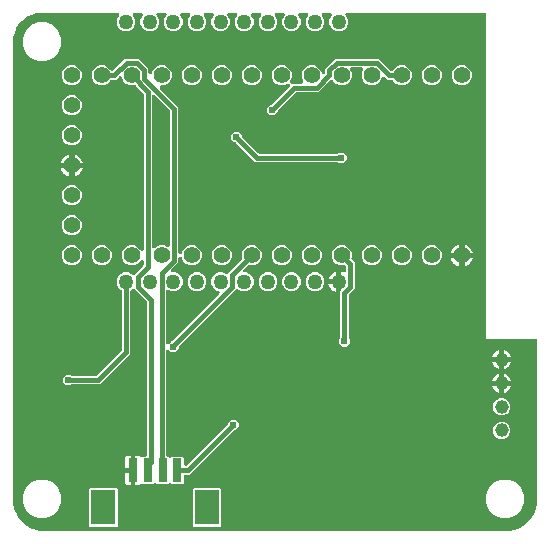
<source format=gbr>
G04 EAGLE Gerber RS-274X export*
G75*
%MOMM*%
%FSLAX34Y34*%
%LPD*%
%INBottom Copper*%
%IPPOS*%
%AMOC8*
5,1,8,0,0,1.08239X$1,22.5*%
G01*
%ADD10C,1.389888*%
%ADD11C,1.270000*%
%ADD12C,1.152000*%
%ADD13R,0.800000X2.000000*%
%ADD14R,2.100000X3.000000*%
%ADD15C,0.754000*%
%ADD16C,0.604000*%
%ADD17C,0.406400*%

G36*
X607096Y-38984D02*
X607096Y-38984D01*
X607160Y-38985D01*
X610392Y-38773D01*
X610419Y-38768D01*
X610446Y-38769D01*
X610687Y-38724D01*
X616931Y-37051D01*
X617003Y-37023D01*
X617078Y-37004D01*
X617212Y-36940D01*
X617255Y-36923D01*
X617271Y-36912D01*
X617299Y-36899D01*
X622898Y-33667D01*
X622960Y-33621D01*
X623027Y-33583D01*
X623139Y-33487D01*
X623178Y-33459D01*
X623190Y-33444D01*
X623213Y-33424D01*
X627784Y-28853D01*
X627832Y-28793D01*
X627888Y-28739D01*
X627972Y-28617D01*
X628001Y-28580D01*
X628009Y-28562D01*
X628027Y-28538D01*
X631259Y-22939D01*
X631286Y-22876D01*
X631296Y-22860D01*
X631298Y-22855D01*
X631329Y-22802D01*
X631379Y-22663D01*
X631398Y-22619D01*
X631401Y-22600D01*
X631411Y-22571D01*
X633084Y-16327D01*
X633088Y-16300D01*
X633098Y-16274D01*
X633133Y-16032D01*
X633345Y-12800D01*
X633343Y-12763D01*
X633348Y-12700D01*
X633348Y122400D01*
X633345Y122426D01*
X633347Y122452D01*
X633325Y122599D01*
X633308Y122746D01*
X633300Y122771D01*
X633296Y122797D01*
X633241Y122935D01*
X633191Y123074D01*
X633177Y123096D01*
X633167Y123121D01*
X633082Y123242D01*
X633002Y123367D01*
X632983Y123385D01*
X632968Y123407D01*
X632858Y123506D01*
X632751Y123609D01*
X632729Y123623D01*
X632709Y123640D01*
X632579Y123712D01*
X632452Y123788D01*
X632427Y123796D01*
X632404Y123809D01*
X632261Y123849D01*
X632120Y123894D01*
X632094Y123896D01*
X632069Y123904D01*
X631825Y123923D01*
X589780Y123923D01*
X590298Y370396D01*
X590298Y370399D01*
X590298Y370403D01*
X590278Y370573D01*
X590259Y370742D01*
X590258Y370745D01*
X590258Y370749D01*
X590182Y370982D01*
X589729Y372076D01*
X589729Y378564D01*
X590203Y379709D01*
X590204Y379709D01*
X590245Y379853D01*
X590299Y380044D01*
X590299Y380045D01*
X590319Y380288D01*
X590357Y398142D01*
X590354Y398170D01*
X590356Y398197D01*
X590334Y398342D01*
X590318Y398488D01*
X590308Y398514D01*
X590304Y398542D01*
X590250Y398678D01*
X590201Y398816D01*
X590186Y398840D01*
X590175Y398866D01*
X590092Y398986D01*
X590012Y399110D01*
X589992Y399129D01*
X589977Y399152D01*
X589868Y399250D01*
X589762Y399352D01*
X589738Y399367D01*
X589718Y399385D01*
X589589Y399456D01*
X589464Y399532D01*
X589437Y399540D01*
X589413Y399554D01*
X589271Y399594D01*
X589132Y399639D01*
X589104Y399641D01*
X589077Y399649D01*
X588834Y399668D01*
X472506Y399668D01*
X472406Y399657D01*
X472306Y399655D01*
X472233Y399637D01*
X472160Y399628D01*
X472065Y399595D01*
X471968Y399570D01*
X471902Y399536D01*
X471831Y399511D01*
X471747Y399456D01*
X471658Y399410D01*
X471601Y399362D01*
X471539Y399322D01*
X471469Y399250D01*
X471392Y399185D01*
X471348Y399125D01*
X471296Y399071D01*
X471245Y398985D01*
X471185Y398904D01*
X471156Y398836D01*
X471118Y398772D01*
X471087Y398677D01*
X471047Y398584D01*
X471034Y398511D01*
X471011Y398440D01*
X471003Y398340D01*
X470986Y398241D01*
X470989Y398167D01*
X470983Y398093D01*
X470998Y397994D01*
X471003Y397893D01*
X471024Y397822D01*
X471035Y397748D01*
X471072Y397655D01*
X471100Y397558D01*
X471136Y397493D01*
X471164Y397424D01*
X471221Y397342D01*
X471270Y397254D01*
X471335Y397178D01*
X471363Y397138D01*
X471389Y397114D01*
X471429Y397068D01*
X471966Y396531D01*
X473165Y393636D01*
X473165Y390504D01*
X471966Y387609D01*
X469751Y385394D01*
X466856Y384195D01*
X463724Y384195D01*
X460829Y385394D01*
X458614Y387609D01*
X457415Y390504D01*
X457415Y393636D01*
X458614Y396531D01*
X459151Y397068D01*
X459214Y397146D01*
X459284Y397219D01*
X459322Y397283D01*
X459368Y397341D01*
X459411Y397432D01*
X459462Y397518D01*
X459485Y397589D01*
X459517Y397656D01*
X459538Y397754D01*
X459569Y397850D01*
X459575Y397924D01*
X459590Y397997D01*
X459589Y398097D01*
X459597Y398197D01*
X459586Y398271D01*
X459584Y398345D01*
X459560Y398442D01*
X459545Y398542D01*
X459517Y398611D01*
X459499Y398683D01*
X459453Y398772D01*
X459416Y398866D01*
X459374Y398927D01*
X459340Y398993D01*
X459274Y399070D01*
X459217Y399152D01*
X459162Y399202D01*
X459114Y399258D01*
X459033Y399318D01*
X458958Y399385D01*
X458893Y399421D01*
X458834Y399466D01*
X458741Y399505D01*
X458653Y399554D01*
X458582Y399574D01*
X458514Y399604D01*
X458415Y399621D01*
X458318Y399649D01*
X458218Y399657D01*
X458171Y399665D01*
X458135Y399663D01*
X458074Y399668D01*
X452506Y399668D01*
X452406Y399657D01*
X452306Y399655D01*
X452233Y399637D01*
X452160Y399628D01*
X452065Y399595D01*
X451968Y399570D01*
X451902Y399536D01*
X451831Y399511D01*
X451747Y399456D01*
X451658Y399410D01*
X451601Y399362D01*
X451539Y399322D01*
X451469Y399250D01*
X451392Y399185D01*
X451348Y399125D01*
X451296Y399071D01*
X451245Y398985D01*
X451185Y398904D01*
X451156Y398836D01*
X451118Y398772D01*
X451087Y398677D01*
X451047Y398584D01*
X451034Y398511D01*
X451011Y398440D01*
X451003Y398340D01*
X450986Y398241D01*
X450989Y398167D01*
X450983Y398093D01*
X450998Y397994D01*
X451003Y397893D01*
X451024Y397822D01*
X451035Y397748D01*
X451072Y397655D01*
X451100Y397558D01*
X451136Y397493D01*
X451164Y397424D01*
X451221Y397342D01*
X451270Y397254D01*
X451335Y397178D01*
X451363Y397138D01*
X451389Y397114D01*
X451429Y397068D01*
X451966Y396531D01*
X453165Y393636D01*
X453165Y390504D01*
X451966Y387609D01*
X449751Y385394D01*
X446856Y384195D01*
X443724Y384195D01*
X440829Y385394D01*
X438614Y387609D01*
X437415Y390504D01*
X437415Y393636D01*
X438614Y396531D01*
X439151Y397068D01*
X439214Y397146D01*
X439284Y397219D01*
X439322Y397283D01*
X439368Y397341D01*
X439411Y397432D01*
X439462Y397518D01*
X439485Y397589D01*
X439517Y397656D01*
X439538Y397754D01*
X439569Y397850D01*
X439575Y397924D01*
X439590Y397997D01*
X439589Y398097D01*
X439597Y398197D01*
X439586Y398271D01*
X439584Y398345D01*
X439560Y398442D01*
X439545Y398542D01*
X439517Y398611D01*
X439499Y398683D01*
X439453Y398772D01*
X439416Y398866D01*
X439374Y398927D01*
X439340Y398993D01*
X439274Y399070D01*
X439217Y399152D01*
X439162Y399202D01*
X439114Y399258D01*
X439033Y399318D01*
X438958Y399385D01*
X438893Y399421D01*
X438834Y399466D01*
X438741Y399505D01*
X438653Y399554D01*
X438582Y399574D01*
X438514Y399604D01*
X438415Y399621D01*
X438318Y399649D01*
X438218Y399657D01*
X438171Y399665D01*
X438135Y399663D01*
X438074Y399668D01*
X432506Y399668D01*
X432406Y399657D01*
X432306Y399655D01*
X432233Y399637D01*
X432160Y399628D01*
X432065Y399595D01*
X431968Y399570D01*
X431902Y399536D01*
X431831Y399511D01*
X431747Y399456D01*
X431658Y399410D01*
X431601Y399362D01*
X431539Y399322D01*
X431469Y399250D01*
X431392Y399185D01*
X431348Y399125D01*
X431296Y399071D01*
X431245Y398985D01*
X431185Y398904D01*
X431156Y398836D01*
X431118Y398772D01*
X431087Y398677D01*
X431047Y398584D01*
X431034Y398511D01*
X431011Y398440D01*
X431003Y398340D01*
X430986Y398241D01*
X430989Y398167D01*
X430983Y398093D01*
X430998Y397994D01*
X431003Y397893D01*
X431024Y397822D01*
X431035Y397748D01*
X431072Y397655D01*
X431100Y397558D01*
X431136Y397493D01*
X431164Y397424D01*
X431221Y397342D01*
X431270Y397254D01*
X431335Y397178D01*
X431363Y397138D01*
X431389Y397114D01*
X431429Y397068D01*
X431966Y396531D01*
X433165Y393636D01*
X433165Y390504D01*
X431966Y387609D01*
X429751Y385394D01*
X426856Y384195D01*
X423724Y384195D01*
X420829Y385394D01*
X418614Y387609D01*
X417415Y390504D01*
X417415Y393636D01*
X418614Y396531D01*
X419151Y397068D01*
X419214Y397146D01*
X419284Y397219D01*
X419322Y397283D01*
X419368Y397341D01*
X419411Y397432D01*
X419462Y397518D01*
X419485Y397589D01*
X419517Y397656D01*
X419538Y397754D01*
X419569Y397850D01*
X419575Y397924D01*
X419590Y397997D01*
X419589Y398097D01*
X419597Y398197D01*
X419586Y398271D01*
X419584Y398345D01*
X419560Y398442D01*
X419545Y398542D01*
X419517Y398611D01*
X419499Y398683D01*
X419453Y398772D01*
X419416Y398866D01*
X419374Y398927D01*
X419340Y398993D01*
X419274Y399070D01*
X419217Y399152D01*
X419162Y399202D01*
X419114Y399258D01*
X419033Y399318D01*
X418958Y399385D01*
X418893Y399421D01*
X418834Y399466D01*
X418741Y399505D01*
X418653Y399554D01*
X418582Y399574D01*
X418514Y399604D01*
X418415Y399621D01*
X418318Y399649D01*
X418218Y399657D01*
X418171Y399665D01*
X418135Y399663D01*
X418074Y399668D01*
X412506Y399668D01*
X412406Y399657D01*
X412306Y399655D01*
X412233Y399637D01*
X412160Y399628D01*
X412065Y399595D01*
X411968Y399570D01*
X411902Y399536D01*
X411831Y399511D01*
X411747Y399456D01*
X411658Y399410D01*
X411601Y399362D01*
X411539Y399322D01*
X411469Y399250D01*
X411392Y399185D01*
X411348Y399125D01*
X411296Y399071D01*
X411245Y398985D01*
X411185Y398904D01*
X411156Y398836D01*
X411118Y398772D01*
X411087Y398677D01*
X411047Y398584D01*
X411034Y398511D01*
X411011Y398440D01*
X411003Y398340D01*
X410986Y398241D01*
X410989Y398167D01*
X410983Y398093D01*
X410998Y397994D01*
X411003Y397893D01*
X411024Y397822D01*
X411035Y397748D01*
X411072Y397655D01*
X411100Y397558D01*
X411136Y397493D01*
X411164Y397424D01*
X411221Y397342D01*
X411270Y397254D01*
X411335Y397178D01*
X411363Y397138D01*
X411389Y397114D01*
X411429Y397068D01*
X411966Y396531D01*
X413165Y393636D01*
X413165Y390504D01*
X411966Y387609D01*
X409751Y385394D01*
X406856Y384195D01*
X403724Y384195D01*
X400829Y385394D01*
X398614Y387609D01*
X397415Y390504D01*
X397415Y393636D01*
X398614Y396531D01*
X399151Y397068D01*
X399214Y397146D01*
X399284Y397219D01*
X399322Y397283D01*
X399368Y397341D01*
X399411Y397432D01*
X399462Y397518D01*
X399485Y397589D01*
X399517Y397656D01*
X399538Y397754D01*
X399569Y397850D01*
X399575Y397924D01*
X399590Y397997D01*
X399589Y398097D01*
X399597Y398197D01*
X399586Y398271D01*
X399584Y398345D01*
X399560Y398442D01*
X399545Y398542D01*
X399517Y398611D01*
X399499Y398683D01*
X399453Y398772D01*
X399416Y398866D01*
X399374Y398927D01*
X399340Y398993D01*
X399274Y399070D01*
X399217Y399152D01*
X399162Y399202D01*
X399114Y399258D01*
X399033Y399318D01*
X398958Y399385D01*
X398893Y399421D01*
X398834Y399466D01*
X398741Y399505D01*
X398653Y399554D01*
X398582Y399574D01*
X398514Y399604D01*
X398415Y399621D01*
X398318Y399649D01*
X398218Y399657D01*
X398171Y399665D01*
X398135Y399663D01*
X398074Y399668D01*
X392506Y399668D01*
X392406Y399657D01*
X392306Y399655D01*
X392233Y399637D01*
X392160Y399628D01*
X392065Y399595D01*
X391968Y399570D01*
X391902Y399536D01*
X391831Y399511D01*
X391747Y399456D01*
X391658Y399410D01*
X391601Y399362D01*
X391539Y399322D01*
X391469Y399250D01*
X391392Y399185D01*
X391348Y399125D01*
X391296Y399071D01*
X391245Y398985D01*
X391185Y398904D01*
X391156Y398836D01*
X391118Y398772D01*
X391087Y398677D01*
X391047Y398584D01*
X391034Y398511D01*
X391011Y398440D01*
X391003Y398340D01*
X390986Y398241D01*
X390989Y398167D01*
X390983Y398093D01*
X390998Y397994D01*
X391003Y397893D01*
X391024Y397822D01*
X391035Y397748D01*
X391072Y397655D01*
X391100Y397558D01*
X391136Y397493D01*
X391164Y397424D01*
X391221Y397342D01*
X391270Y397254D01*
X391335Y397178D01*
X391363Y397138D01*
X391389Y397114D01*
X391429Y397068D01*
X391966Y396531D01*
X393165Y393636D01*
X393165Y390504D01*
X391966Y387609D01*
X389751Y385394D01*
X386856Y384195D01*
X383724Y384195D01*
X380829Y385394D01*
X378614Y387609D01*
X377415Y390504D01*
X377415Y393636D01*
X378614Y396531D01*
X379151Y397068D01*
X379214Y397146D01*
X379284Y397219D01*
X379322Y397283D01*
X379368Y397341D01*
X379411Y397432D01*
X379462Y397518D01*
X379485Y397589D01*
X379517Y397656D01*
X379538Y397754D01*
X379569Y397850D01*
X379575Y397924D01*
X379590Y397997D01*
X379589Y398097D01*
X379597Y398197D01*
X379586Y398271D01*
X379584Y398345D01*
X379560Y398442D01*
X379545Y398542D01*
X379517Y398611D01*
X379499Y398683D01*
X379453Y398772D01*
X379416Y398866D01*
X379374Y398927D01*
X379340Y398993D01*
X379274Y399070D01*
X379217Y399152D01*
X379162Y399202D01*
X379114Y399258D01*
X379033Y399318D01*
X378958Y399385D01*
X378893Y399421D01*
X378834Y399466D01*
X378741Y399505D01*
X378653Y399554D01*
X378582Y399574D01*
X378514Y399604D01*
X378415Y399621D01*
X378318Y399649D01*
X378218Y399657D01*
X378171Y399665D01*
X378135Y399663D01*
X378074Y399668D01*
X372506Y399668D01*
X372406Y399657D01*
X372306Y399655D01*
X372233Y399637D01*
X372160Y399628D01*
X372065Y399595D01*
X371968Y399570D01*
X371902Y399536D01*
X371831Y399511D01*
X371747Y399456D01*
X371658Y399410D01*
X371601Y399362D01*
X371539Y399322D01*
X371469Y399250D01*
X371392Y399185D01*
X371348Y399125D01*
X371296Y399071D01*
X371245Y398985D01*
X371185Y398904D01*
X371156Y398836D01*
X371118Y398772D01*
X371087Y398677D01*
X371047Y398584D01*
X371034Y398511D01*
X371011Y398440D01*
X371003Y398340D01*
X370986Y398241D01*
X370989Y398167D01*
X370983Y398093D01*
X370998Y397994D01*
X371003Y397893D01*
X371024Y397822D01*
X371035Y397748D01*
X371072Y397655D01*
X371100Y397558D01*
X371136Y397493D01*
X371164Y397424D01*
X371221Y397342D01*
X371270Y397254D01*
X371335Y397178D01*
X371363Y397138D01*
X371389Y397114D01*
X371429Y397068D01*
X371966Y396531D01*
X373165Y393636D01*
X373165Y390504D01*
X371966Y387609D01*
X369751Y385394D01*
X366856Y384195D01*
X363724Y384195D01*
X360829Y385394D01*
X358614Y387609D01*
X357415Y390504D01*
X357415Y393636D01*
X358614Y396531D01*
X359151Y397068D01*
X359214Y397146D01*
X359284Y397219D01*
X359322Y397283D01*
X359368Y397341D01*
X359411Y397432D01*
X359462Y397518D01*
X359485Y397589D01*
X359517Y397656D01*
X359538Y397754D01*
X359569Y397850D01*
X359575Y397924D01*
X359590Y397997D01*
X359589Y398097D01*
X359597Y398197D01*
X359586Y398271D01*
X359584Y398345D01*
X359560Y398442D01*
X359545Y398542D01*
X359517Y398611D01*
X359499Y398683D01*
X359453Y398772D01*
X359416Y398866D01*
X359374Y398927D01*
X359340Y398993D01*
X359274Y399070D01*
X359217Y399152D01*
X359162Y399202D01*
X359114Y399258D01*
X359033Y399318D01*
X358958Y399385D01*
X358893Y399421D01*
X358834Y399466D01*
X358741Y399505D01*
X358653Y399554D01*
X358582Y399574D01*
X358514Y399604D01*
X358415Y399621D01*
X358318Y399649D01*
X358218Y399657D01*
X358171Y399665D01*
X358135Y399663D01*
X358074Y399668D01*
X352506Y399668D01*
X352406Y399657D01*
X352306Y399655D01*
X352233Y399637D01*
X352160Y399628D01*
X352065Y399595D01*
X351968Y399570D01*
X351902Y399536D01*
X351831Y399511D01*
X351747Y399456D01*
X351658Y399410D01*
X351601Y399362D01*
X351539Y399322D01*
X351469Y399250D01*
X351392Y399185D01*
X351348Y399125D01*
X351296Y399071D01*
X351245Y398985D01*
X351185Y398904D01*
X351156Y398836D01*
X351118Y398772D01*
X351087Y398677D01*
X351047Y398584D01*
X351034Y398511D01*
X351011Y398440D01*
X351003Y398340D01*
X350986Y398241D01*
X350989Y398167D01*
X350983Y398093D01*
X350998Y397994D01*
X351003Y397893D01*
X351024Y397822D01*
X351035Y397748D01*
X351072Y397655D01*
X351100Y397558D01*
X351136Y397493D01*
X351164Y397424D01*
X351221Y397342D01*
X351270Y397254D01*
X351335Y397178D01*
X351363Y397138D01*
X351389Y397114D01*
X351429Y397068D01*
X351966Y396531D01*
X353165Y393636D01*
X353165Y390504D01*
X351966Y387609D01*
X349751Y385394D01*
X346856Y384195D01*
X343724Y384195D01*
X340829Y385394D01*
X338614Y387609D01*
X337415Y390504D01*
X337415Y393636D01*
X338614Y396531D01*
X339151Y397068D01*
X339214Y397146D01*
X339284Y397219D01*
X339322Y397283D01*
X339368Y397341D01*
X339411Y397432D01*
X339462Y397518D01*
X339485Y397589D01*
X339517Y397656D01*
X339538Y397754D01*
X339569Y397850D01*
X339575Y397924D01*
X339590Y397997D01*
X339589Y398097D01*
X339597Y398197D01*
X339586Y398271D01*
X339584Y398345D01*
X339560Y398442D01*
X339545Y398542D01*
X339517Y398611D01*
X339499Y398683D01*
X339453Y398772D01*
X339416Y398866D01*
X339374Y398927D01*
X339340Y398993D01*
X339274Y399070D01*
X339217Y399152D01*
X339162Y399202D01*
X339114Y399258D01*
X339033Y399318D01*
X338958Y399385D01*
X338893Y399421D01*
X338834Y399466D01*
X338741Y399505D01*
X338653Y399554D01*
X338582Y399574D01*
X338514Y399604D01*
X338415Y399621D01*
X338318Y399649D01*
X338218Y399657D01*
X338171Y399665D01*
X338135Y399663D01*
X338074Y399668D01*
X332506Y399668D01*
X332406Y399657D01*
X332306Y399655D01*
X332233Y399637D01*
X332160Y399628D01*
X332065Y399595D01*
X331968Y399570D01*
X331902Y399536D01*
X331831Y399511D01*
X331747Y399456D01*
X331658Y399410D01*
X331601Y399362D01*
X331539Y399322D01*
X331469Y399250D01*
X331392Y399185D01*
X331348Y399125D01*
X331296Y399071D01*
X331245Y398985D01*
X331185Y398904D01*
X331156Y398836D01*
X331118Y398772D01*
X331087Y398677D01*
X331047Y398584D01*
X331034Y398511D01*
X331011Y398440D01*
X331003Y398340D01*
X330986Y398241D01*
X330989Y398167D01*
X330983Y398093D01*
X330998Y397994D01*
X331003Y397893D01*
X331024Y397822D01*
X331035Y397748D01*
X331072Y397655D01*
X331100Y397558D01*
X331136Y397493D01*
X331164Y397424D01*
X331221Y397342D01*
X331270Y397254D01*
X331335Y397178D01*
X331363Y397138D01*
X331389Y397114D01*
X331429Y397068D01*
X331966Y396531D01*
X333165Y393636D01*
X333165Y390504D01*
X331966Y387609D01*
X329751Y385394D01*
X326856Y384195D01*
X323724Y384195D01*
X320829Y385394D01*
X318614Y387609D01*
X317415Y390504D01*
X317415Y393636D01*
X318614Y396531D01*
X319151Y397068D01*
X319214Y397146D01*
X319284Y397219D01*
X319322Y397283D01*
X319368Y397341D01*
X319411Y397432D01*
X319462Y397518D01*
X319485Y397589D01*
X319517Y397656D01*
X319538Y397754D01*
X319569Y397850D01*
X319575Y397924D01*
X319590Y397997D01*
X319589Y398097D01*
X319597Y398197D01*
X319586Y398271D01*
X319584Y398345D01*
X319560Y398442D01*
X319545Y398542D01*
X319517Y398611D01*
X319499Y398683D01*
X319453Y398772D01*
X319416Y398866D01*
X319374Y398927D01*
X319340Y398993D01*
X319274Y399070D01*
X319217Y399152D01*
X319162Y399202D01*
X319114Y399258D01*
X319033Y399318D01*
X318958Y399385D01*
X318893Y399421D01*
X318834Y399466D01*
X318741Y399505D01*
X318653Y399554D01*
X318582Y399574D01*
X318514Y399604D01*
X318415Y399621D01*
X318318Y399649D01*
X318218Y399657D01*
X318171Y399665D01*
X318135Y399663D01*
X318074Y399668D01*
X312506Y399668D01*
X312406Y399657D01*
X312306Y399655D01*
X312233Y399637D01*
X312160Y399628D01*
X312065Y399595D01*
X311968Y399570D01*
X311902Y399536D01*
X311831Y399511D01*
X311747Y399456D01*
X311658Y399410D01*
X311601Y399362D01*
X311539Y399322D01*
X311469Y399250D01*
X311392Y399185D01*
X311348Y399125D01*
X311296Y399071D01*
X311245Y398985D01*
X311185Y398904D01*
X311156Y398836D01*
X311118Y398772D01*
X311087Y398677D01*
X311047Y398584D01*
X311034Y398511D01*
X311011Y398440D01*
X311003Y398340D01*
X310986Y398241D01*
X310989Y398167D01*
X310983Y398093D01*
X310998Y397994D01*
X311003Y397893D01*
X311024Y397822D01*
X311035Y397748D01*
X311072Y397655D01*
X311100Y397558D01*
X311136Y397493D01*
X311164Y397424D01*
X311221Y397342D01*
X311270Y397254D01*
X311335Y397178D01*
X311363Y397138D01*
X311389Y397114D01*
X311429Y397068D01*
X311966Y396531D01*
X313165Y393636D01*
X313165Y390504D01*
X311966Y387609D01*
X309751Y385394D01*
X306856Y384195D01*
X303724Y384195D01*
X300829Y385394D01*
X298614Y387609D01*
X297415Y390504D01*
X297415Y393636D01*
X298614Y396531D01*
X299151Y397068D01*
X299214Y397146D01*
X299284Y397219D01*
X299322Y397283D01*
X299368Y397341D01*
X299411Y397432D01*
X299462Y397518D01*
X299485Y397589D01*
X299517Y397656D01*
X299538Y397754D01*
X299569Y397850D01*
X299575Y397924D01*
X299590Y397997D01*
X299589Y398097D01*
X299597Y398197D01*
X299586Y398271D01*
X299584Y398345D01*
X299560Y398442D01*
X299545Y398542D01*
X299517Y398611D01*
X299499Y398683D01*
X299453Y398772D01*
X299416Y398866D01*
X299374Y398927D01*
X299340Y398993D01*
X299274Y399070D01*
X299217Y399152D01*
X299162Y399202D01*
X299114Y399258D01*
X299033Y399318D01*
X298958Y399385D01*
X298893Y399421D01*
X298834Y399466D01*
X298741Y399505D01*
X298653Y399554D01*
X298582Y399574D01*
X298514Y399604D01*
X298415Y399621D01*
X298318Y399649D01*
X298218Y399657D01*
X298171Y399665D01*
X298135Y399663D01*
X298074Y399668D01*
X292506Y399668D01*
X292406Y399657D01*
X292306Y399655D01*
X292233Y399637D01*
X292160Y399628D01*
X292065Y399595D01*
X291968Y399570D01*
X291902Y399536D01*
X291831Y399511D01*
X291747Y399456D01*
X291658Y399410D01*
X291601Y399362D01*
X291539Y399322D01*
X291469Y399250D01*
X291392Y399185D01*
X291348Y399125D01*
X291296Y399071D01*
X291245Y398985D01*
X291185Y398904D01*
X291156Y398836D01*
X291118Y398772D01*
X291087Y398677D01*
X291047Y398584D01*
X291034Y398511D01*
X291011Y398440D01*
X291003Y398340D01*
X290986Y398241D01*
X290989Y398167D01*
X290983Y398093D01*
X290998Y397994D01*
X291003Y397893D01*
X291024Y397822D01*
X291035Y397748D01*
X291072Y397655D01*
X291100Y397558D01*
X291136Y397493D01*
X291164Y397424D01*
X291221Y397342D01*
X291270Y397254D01*
X291335Y397178D01*
X291363Y397138D01*
X291389Y397114D01*
X291429Y397068D01*
X291966Y396531D01*
X293165Y393636D01*
X293165Y390504D01*
X291966Y387609D01*
X289751Y385394D01*
X286856Y384195D01*
X283724Y384195D01*
X280829Y385394D01*
X278614Y387609D01*
X277415Y390504D01*
X277415Y393636D01*
X278614Y396531D01*
X279151Y397068D01*
X279214Y397146D01*
X279284Y397219D01*
X279322Y397283D01*
X279368Y397341D01*
X279411Y397432D01*
X279462Y397518D01*
X279485Y397589D01*
X279517Y397656D01*
X279538Y397754D01*
X279569Y397850D01*
X279575Y397924D01*
X279590Y397997D01*
X279589Y398097D01*
X279597Y398197D01*
X279586Y398271D01*
X279584Y398345D01*
X279560Y398442D01*
X279545Y398542D01*
X279517Y398611D01*
X279499Y398683D01*
X279453Y398772D01*
X279416Y398866D01*
X279374Y398927D01*
X279340Y398993D01*
X279274Y399070D01*
X279217Y399152D01*
X279162Y399202D01*
X279114Y399258D01*
X279033Y399318D01*
X278958Y399385D01*
X278893Y399421D01*
X278834Y399466D01*
X278741Y399505D01*
X278653Y399554D01*
X278582Y399574D01*
X278514Y399604D01*
X278415Y399621D01*
X278318Y399649D01*
X278218Y399657D01*
X278171Y399665D01*
X278135Y399663D01*
X278074Y399668D01*
X213360Y399668D01*
X213318Y399663D01*
X213240Y399664D01*
X209764Y399390D01*
X209708Y399379D01*
X209650Y399377D01*
X209440Y399327D01*
X209422Y399323D01*
X209418Y399321D01*
X209413Y399320D01*
X202799Y397171D01*
X202693Y397123D01*
X202584Y397082D01*
X202520Y397044D01*
X202482Y397026D01*
X202447Y396999D01*
X202375Y396955D01*
X196749Y392868D01*
X196663Y392789D01*
X196571Y392716D01*
X196523Y392660D01*
X196493Y392632D01*
X196468Y392595D01*
X196412Y392531D01*
X192325Y386905D01*
X192268Y386803D01*
X192203Y386706D01*
X192177Y386645D01*
X192165Y386626D01*
X192163Y386618D01*
X192154Y386602D01*
X192141Y386559D01*
X192109Y386481D01*
X189960Y379867D01*
X189949Y379811D01*
X189929Y379758D01*
X189895Y379544D01*
X189891Y379526D01*
X189891Y379522D01*
X189890Y379516D01*
X189616Y376040D01*
X189618Y375997D01*
X189612Y375920D01*
X189612Y-12700D01*
X189616Y-12736D01*
X189615Y-12800D01*
X189827Y-16032D01*
X189832Y-16059D01*
X189831Y-16086D01*
X189876Y-16327D01*
X191549Y-22571D01*
X191577Y-22643D01*
X191596Y-22718D01*
X191660Y-22852D01*
X191677Y-22896D01*
X191688Y-22912D01*
X191701Y-22939D01*
X194933Y-28538D01*
X194980Y-28600D01*
X195017Y-28667D01*
X195082Y-28743D01*
X195110Y-28783D01*
X195127Y-28799D01*
X195141Y-28818D01*
X195156Y-28830D01*
X195176Y-28853D01*
X199747Y-33424D01*
X199807Y-33472D01*
X199861Y-33528D01*
X199983Y-33612D01*
X200020Y-33641D01*
X200038Y-33649D01*
X200062Y-33667D01*
X205661Y-36899D01*
X205732Y-36930D01*
X205798Y-36969D01*
X205937Y-37019D01*
X205981Y-37038D01*
X206000Y-37041D01*
X206029Y-37051D01*
X212273Y-38724D01*
X212300Y-38728D01*
X212326Y-38738D01*
X212568Y-38773D01*
X215800Y-38985D01*
X215837Y-38983D01*
X215900Y-38988D01*
X607060Y-38988D01*
X607096Y-38984D01*
G37*
%LPC*%
G36*
X293129Y-241D02*
X293129Y-241D01*
X293129Y11824D01*
X293126Y11850D01*
X293128Y11876D01*
X293106Y12023D01*
X293089Y12170D01*
X293081Y12195D01*
X293077Y12221D01*
X293044Y12302D01*
X293055Y12340D01*
X293100Y12481D01*
X293102Y12507D01*
X293110Y12532D01*
X293129Y12776D01*
X293129Y24841D01*
X295465Y24841D01*
X296111Y24668D01*
X296690Y24333D01*
X297021Y24002D01*
X297042Y23986D01*
X297059Y23965D01*
X297179Y23877D01*
X297294Y23785D01*
X297318Y23774D01*
X297339Y23758D01*
X297475Y23700D01*
X297609Y23636D01*
X297635Y23631D01*
X297659Y23620D01*
X297805Y23594D01*
X297950Y23563D01*
X297976Y23563D01*
X298002Y23559D01*
X298150Y23566D01*
X298299Y23569D01*
X298324Y23575D01*
X298350Y23577D01*
X298493Y23618D01*
X298637Y23654D01*
X298660Y23666D01*
X298685Y23673D01*
X298815Y23746D01*
X298946Y23813D01*
X298960Y23825D01*
X301344Y23825D01*
X301370Y23828D01*
X301396Y23826D01*
X301543Y23848D01*
X301690Y23865D01*
X301715Y23873D01*
X301741Y23877D01*
X301879Y23932D01*
X302018Y23982D01*
X302040Y23996D01*
X302065Y24006D01*
X302186Y24091D01*
X302311Y24171D01*
X302329Y24190D01*
X302351Y24205D01*
X302450Y24315D01*
X302553Y24422D01*
X302567Y24444D01*
X302584Y24464D01*
X302656Y24594D01*
X302732Y24721D01*
X302740Y24746D01*
X302753Y24769D01*
X302793Y24912D01*
X302838Y25053D01*
X302840Y25079D01*
X302848Y25104D01*
X302867Y25348D01*
X302867Y154823D01*
X302853Y154948D01*
X302846Y155074D01*
X302833Y155121D01*
X302827Y155169D01*
X302785Y155288D01*
X302750Y155409D01*
X302726Y155451D01*
X302710Y155497D01*
X302641Y155603D01*
X302580Y155713D01*
X302540Y155760D01*
X302521Y155790D01*
X302486Y155823D01*
X302421Y155900D01*
X292416Y165905D01*
X292395Y165921D01*
X292378Y165941D01*
X292259Y166030D01*
X292143Y166122D01*
X292119Y166133D01*
X292098Y166148D01*
X291962Y166207D01*
X291828Y166271D01*
X291802Y166276D01*
X291778Y166286D01*
X291631Y166313D01*
X291487Y166344D01*
X291461Y166343D01*
X291435Y166348D01*
X291286Y166340D01*
X291139Y166338D01*
X291113Y166332D01*
X291087Y166330D01*
X290945Y166289D01*
X290801Y166253D01*
X290777Y166241D01*
X290752Y166234D01*
X290623Y166161D01*
X290491Y166093D01*
X290471Y166076D01*
X290448Y166064D01*
X290262Y165905D01*
X289739Y165383D01*
X289720Y165372D01*
X289649Y165344D01*
X289568Y165288D01*
X289483Y165240D01*
X289426Y165189D01*
X289363Y165145D01*
X289297Y165072D01*
X289224Y165006D01*
X289181Y164943D01*
X289130Y164886D01*
X289082Y164800D01*
X289026Y164719D01*
X288998Y164648D01*
X288961Y164581D01*
X288934Y164486D01*
X288898Y164395D01*
X288887Y164319D01*
X288866Y164246D01*
X288854Y164097D01*
X288847Y164050D01*
X288849Y164031D01*
X288847Y164002D01*
X288847Y111097D01*
X263093Y85343D01*
X239721Y85343D01*
X239596Y85329D01*
X239470Y85322D01*
X239423Y85309D01*
X239375Y85303D01*
X239256Y85261D01*
X239135Y85226D01*
X239093Y85202D01*
X239047Y85186D01*
X238941Y85117D01*
X238831Y85056D01*
X238784Y85016D01*
X238754Y84997D01*
X238721Y84962D01*
X238644Y84897D01*
X238103Y84355D01*
X234337Y84355D01*
X231675Y87017D01*
X231675Y90783D01*
X234337Y93445D01*
X238103Y93445D01*
X238644Y92903D01*
X238743Y92824D01*
X238837Y92740D01*
X238880Y92716D01*
X238917Y92686D01*
X239032Y92632D01*
X239142Y92571D01*
X239189Y92558D01*
X239232Y92537D01*
X239356Y92511D01*
X239478Y92476D01*
X239538Y92471D01*
X239573Y92464D01*
X239621Y92465D01*
X239721Y92457D01*
X259516Y92457D01*
X259641Y92471D01*
X259768Y92478D01*
X259814Y92491D01*
X259862Y92497D01*
X259981Y92539D01*
X260102Y92574D01*
X260145Y92598D01*
X260190Y92614D01*
X260296Y92683D01*
X260407Y92744D01*
X260453Y92784D01*
X260483Y92803D01*
X260516Y92838D01*
X260593Y92903D01*
X281287Y113597D01*
X281366Y113696D01*
X281450Y113790D01*
X281474Y113832D01*
X281504Y113870D01*
X281558Y113984D01*
X281619Y114095D01*
X281632Y114142D01*
X281653Y114185D01*
X281679Y114309D01*
X281714Y114430D01*
X281719Y114491D01*
X281726Y114526D01*
X281725Y114574D01*
X281733Y114674D01*
X281733Y164002D01*
X281725Y164078D01*
X281726Y164154D01*
X281705Y164250D01*
X281693Y164348D01*
X281668Y164420D01*
X281651Y164495D01*
X281609Y164584D01*
X281576Y164676D01*
X281534Y164741D01*
X281502Y164809D01*
X281440Y164886D01*
X281387Y164969D01*
X281332Y165022D01*
X281284Y165082D01*
X281207Y165143D01*
X281136Y165211D01*
X281071Y165250D01*
X281011Y165298D01*
X280878Y165366D01*
X280837Y165390D01*
X280832Y165392D01*
X278614Y167609D01*
X277415Y170504D01*
X277415Y173636D01*
X278614Y176531D01*
X280829Y178746D01*
X283724Y179945D01*
X286856Y179945D01*
X289751Y178746D01*
X290262Y178235D01*
X290282Y178219D01*
X290299Y178199D01*
X290418Y178111D01*
X290535Y178018D01*
X290558Y178007D01*
X290579Y177992D01*
X290715Y177933D01*
X290850Y177869D01*
X290875Y177864D01*
X290899Y177854D01*
X291045Y177827D01*
X291190Y177796D01*
X291216Y177797D01*
X291242Y177792D01*
X291391Y177800D01*
X291539Y177802D01*
X291564Y177808D01*
X291590Y177810D01*
X291733Y177851D01*
X291877Y177887D01*
X291900Y177899D01*
X291925Y177906D01*
X292055Y177979D01*
X292187Y178047D01*
X292207Y178064D01*
X292230Y178076D01*
X292416Y178235D01*
X299627Y185446D01*
X299706Y185545D01*
X299790Y185639D01*
X299814Y185682D01*
X299844Y185719D01*
X299898Y185834D01*
X299959Y185944D01*
X299972Y185991D01*
X299993Y186034D01*
X300019Y186158D01*
X300054Y186280D01*
X300059Y186340D01*
X300066Y186375D01*
X300065Y186423D01*
X300073Y186523D01*
X300073Y188925D01*
X300068Y188975D01*
X300070Y189026D01*
X300048Y189148D01*
X300033Y189272D01*
X300016Y189319D01*
X300007Y189369D01*
X299958Y189482D01*
X299916Y189600D01*
X299889Y189642D01*
X299868Y189688D01*
X299794Y189788D01*
X299727Y189892D01*
X299691Y189927D01*
X299661Y189968D01*
X299566Y190048D01*
X299476Y190135D01*
X299433Y190161D01*
X299395Y190193D01*
X299284Y190250D01*
X299177Y190313D01*
X299129Y190329D01*
X299084Y190352D01*
X298964Y190382D01*
X298845Y190420D01*
X298795Y190424D01*
X298746Y190436D01*
X298622Y190438D01*
X298498Y190448D01*
X298448Y190440D01*
X298398Y190441D01*
X298276Y190414D01*
X298153Y190396D01*
X298106Y190377D01*
X298057Y190367D01*
X297945Y190313D01*
X297829Y190267D01*
X297788Y190238D01*
X297742Y190217D01*
X297645Y190139D01*
X297543Y190068D01*
X297509Y190031D01*
X297470Y189999D01*
X297393Y189902D01*
X297310Y189810D01*
X297285Y189765D01*
X297254Y189726D01*
X297174Y189570D01*
X294780Y187176D01*
X291666Y185886D01*
X288294Y185886D01*
X285180Y187176D01*
X282796Y189560D01*
X281506Y192674D01*
X281506Y196046D01*
X282796Y199160D01*
X285180Y201544D01*
X288294Y202834D01*
X291666Y202834D01*
X294780Y201544D01*
X297173Y199151D01*
X297184Y199120D01*
X297252Y199016D01*
X297312Y198907D01*
X297346Y198870D01*
X297373Y198828D01*
X297463Y198741D01*
X297546Y198649D01*
X297588Y198620D01*
X297624Y198585D01*
X297731Y198522D01*
X297833Y198451D01*
X297880Y198432D01*
X297923Y198407D01*
X298041Y198369D01*
X298157Y198323D01*
X298207Y198316D01*
X298255Y198300D01*
X298378Y198290D01*
X298502Y198272D01*
X298552Y198276D01*
X298602Y198272D01*
X298725Y198291D01*
X298849Y198301D01*
X298897Y198317D01*
X298947Y198324D01*
X299063Y198370D01*
X299181Y198408D01*
X299224Y198434D01*
X299271Y198453D01*
X299373Y198524D01*
X299479Y198588D01*
X299516Y198623D01*
X299557Y198652D01*
X299640Y198744D01*
X299729Y198831D01*
X299757Y198873D01*
X299790Y198910D01*
X299850Y199019D01*
X299918Y199124D01*
X299935Y199171D01*
X299959Y199215D01*
X299993Y199335D01*
X300034Y199452D01*
X300040Y199502D01*
X300054Y199551D01*
X300073Y199795D01*
X300073Y331006D01*
X300059Y331131D01*
X300052Y331258D01*
X300039Y331304D01*
X300033Y331352D01*
X299991Y331471D01*
X299956Y331592D01*
X299932Y331635D01*
X299916Y331680D01*
X299847Y331786D01*
X299786Y331897D01*
X299746Y331943D01*
X299727Y331973D01*
X299692Y332006D01*
X299627Y332083D01*
X293629Y338081D01*
X293569Y338129D01*
X293516Y338184D01*
X293433Y338237D01*
X293356Y338298D01*
X293287Y338330D01*
X293222Y338372D01*
X293130Y338405D01*
X293041Y338447D01*
X292966Y338463D01*
X292894Y338488D01*
X292796Y338499D01*
X292700Y338520D01*
X292624Y338519D01*
X292548Y338527D01*
X292450Y338516D01*
X292352Y338514D01*
X292277Y338495D01*
X292202Y338487D01*
X292060Y338441D01*
X292014Y338429D01*
X291996Y338420D01*
X291969Y338411D01*
X291666Y338286D01*
X288294Y338286D01*
X285180Y339576D01*
X282796Y341960D01*
X281488Y345117D01*
X281415Y345248D01*
X281346Y345382D01*
X281331Y345400D01*
X281319Y345421D01*
X281218Y345533D01*
X281121Y345647D01*
X281101Y345662D01*
X281085Y345679D01*
X280961Y345765D01*
X280840Y345854D01*
X280818Y345864D01*
X280798Y345878D01*
X280658Y345933D01*
X280520Y345992D01*
X280496Y345997D01*
X280474Y346005D01*
X280325Y346027D01*
X280177Y346054D01*
X280153Y346053D01*
X280129Y346056D01*
X279979Y346044D01*
X279829Y346036D01*
X279806Y346029D01*
X279782Y346027D01*
X279639Y345981D01*
X279494Y345940D01*
X279473Y345928D01*
X279450Y345920D01*
X279321Y345843D01*
X279190Y345769D01*
X279168Y345750D01*
X279152Y345741D01*
X279118Y345708D01*
X279004Y345611D01*
X276596Y343203D01*
X273297Y343203D01*
X273221Y343195D01*
X273145Y343196D01*
X273048Y343175D01*
X272951Y343163D01*
X272879Y343138D01*
X272804Y343121D01*
X272715Y343079D01*
X272623Y343046D01*
X272558Y343004D01*
X272489Y342972D01*
X272412Y342910D01*
X272330Y342857D01*
X272277Y342802D01*
X272217Y342754D01*
X272156Y342677D01*
X272088Y342606D01*
X272048Y342541D01*
X272001Y342481D01*
X271933Y342348D01*
X271909Y342307D01*
X271903Y342289D01*
X271890Y342263D01*
X271764Y341960D01*
X269380Y339576D01*
X266266Y338286D01*
X262894Y338286D01*
X259780Y339576D01*
X257396Y341960D01*
X256106Y345074D01*
X256106Y348446D01*
X257396Y351560D01*
X259780Y353944D01*
X262894Y355234D01*
X266266Y355234D01*
X269380Y353944D01*
X271764Y351560D01*
X271808Y351454D01*
X271881Y351323D01*
X271950Y351189D01*
X271966Y351170D01*
X271977Y351149D01*
X272078Y351038D01*
X272176Y350923D01*
X272195Y350909D01*
X272212Y350891D01*
X272335Y350805D01*
X272456Y350716D01*
X272478Y350707D01*
X272498Y350693D01*
X272639Y350637D01*
X272776Y350578D01*
X272800Y350574D01*
X272822Y350565D01*
X272971Y350543D01*
X273119Y350516D01*
X273143Y350518D01*
X273167Y350514D01*
X273317Y350527D01*
X273467Y350534D01*
X273490Y350541D01*
X273515Y350543D01*
X273658Y350589D01*
X273802Y350631D01*
X273823Y350643D01*
X273846Y350650D01*
X273975Y350728D01*
X274106Y350801D01*
X274128Y350820D01*
X274145Y350830D01*
X274179Y350863D01*
X274293Y350960D01*
X284155Y360822D01*
X295805Y360822D01*
X304042Y352585D01*
X304042Y349190D01*
X304048Y349140D01*
X304045Y349090D01*
X304068Y348967D01*
X304082Y348844D01*
X304099Y348796D01*
X304108Y348747D01*
X304158Y348633D01*
X304200Y348516D01*
X304227Y348473D01*
X304247Y348427D01*
X304321Y348327D01*
X304389Y348223D01*
X304425Y348188D01*
X304455Y348147D01*
X304550Y348067D01*
X304639Y347981D01*
X304682Y347955D01*
X304721Y347922D01*
X304832Y347866D01*
X304938Y347802D01*
X304986Y347786D01*
X305031Y347763D01*
X305152Y347733D01*
X305270Y347696D01*
X305320Y347692D01*
X305369Y347679D01*
X305494Y347678D01*
X305618Y347668D01*
X305667Y347675D01*
X305718Y347674D01*
X305839Y347701D01*
X305962Y347719D01*
X306009Y347738D01*
X306058Y347749D01*
X306171Y347802D01*
X306286Y347848D01*
X306327Y347877D01*
X306373Y347898D01*
X306470Y347976D01*
X306572Y348047D01*
X306606Y348084D01*
X306645Y348116D01*
X306722Y348213D01*
X306806Y348306D01*
X306830Y348350D01*
X306861Y348389D01*
X306973Y348607D01*
X308196Y351560D01*
X310580Y353944D01*
X313694Y355234D01*
X317066Y355234D01*
X320180Y353944D01*
X322564Y351560D01*
X323854Y348446D01*
X323854Y345074D01*
X322564Y341960D01*
X320180Y339576D01*
X317066Y338286D01*
X315064Y338286D01*
X314964Y338274D01*
X314864Y338273D01*
X314792Y338254D01*
X314718Y338246D01*
X314624Y338212D01*
X314526Y338188D01*
X314460Y338154D01*
X314390Y338128D01*
X314306Y338074D01*
X314216Y338028D01*
X314160Y337980D01*
X314097Y337939D01*
X314027Y337867D01*
X313951Y337802D01*
X313907Y337742D01*
X313855Y337689D01*
X313803Y337603D01*
X313744Y337522D01*
X313714Y337454D01*
X313676Y337390D01*
X313645Y337294D01*
X313606Y337202D01*
X313593Y337129D01*
X313570Y337058D01*
X313562Y336958D01*
X313544Y336859D01*
X313548Y336784D01*
X313542Y336710D01*
X313557Y336611D01*
X313562Y336511D01*
X313583Y336439D01*
X313594Y336366D01*
X313631Y336272D01*
X313659Y336176D01*
X313695Y336111D01*
X313722Y336042D01*
X313780Y335959D01*
X313829Y335872D01*
X313894Y335795D01*
X313921Y335756D01*
X313948Y335732D01*
X313987Y335685D01*
X326913Y322760D01*
X329442Y320231D01*
X329442Y196790D01*
X329448Y196740D01*
X329445Y196690D01*
X329468Y196567D01*
X329482Y196444D01*
X329499Y196396D01*
X329508Y196347D01*
X329558Y196233D01*
X329600Y196116D01*
X329627Y196073D01*
X329647Y196027D01*
X329721Y195927D01*
X329789Y195823D01*
X329825Y195788D01*
X329855Y195747D01*
X329950Y195667D01*
X330039Y195581D01*
X330083Y195555D01*
X330121Y195522D01*
X330232Y195466D01*
X330338Y195402D01*
X330386Y195387D01*
X330431Y195364D01*
X330552Y195333D01*
X330670Y195296D01*
X330720Y195292D01*
X330769Y195279D01*
X330894Y195278D01*
X331018Y195268D01*
X331067Y195275D01*
X331118Y195274D01*
X331239Y195301D01*
X331362Y195319D01*
X331409Y195338D01*
X331458Y195349D01*
X331571Y195402D01*
X331686Y195448D01*
X331727Y195477D01*
X331773Y195498D01*
X331870Y195576D01*
X331972Y195647D01*
X332006Y195684D01*
X332045Y195716D01*
X332122Y195813D01*
X332206Y195906D01*
X332230Y195950D01*
X332261Y195989D01*
X332373Y196207D01*
X333596Y199160D01*
X335980Y201544D01*
X339094Y202834D01*
X342466Y202834D01*
X345580Y201544D01*
X347964Y199160D01*
X349254Y196046D01*
X349254Y192674D01*
X347964Y189560D01*
X345580Y187176D01*
X342466Y185886D01*
X339094Y185886D01*
X335980Y187176D01*
X333596Y189560D01*
X332373Y192513D01*
X332348Y192557D01*
X332331Y192604D01*
X332264Y192709D01*
X332203Y192818D01*
X332170Y192855D01*
X332142Y192897D01*
X332053Y192984D01*
X331969Y193076D01*
X331928Y193104D01*
X331892Y193139D01*
X331785Y193203D01*
X331683Y193274D01*
X331636Y193292D01*
X331593Y193318D01*
X331474Y193356D01*
X331358Y193402D01*
X331309Y193409D01*
X331261Y193424D01*
X331137Y193434D01*
X331014Y193453D01*
X330963Y193448D01*
X330913Y193452D01*
X330790Y193434D01*
X330666Y193424D01*
X330618Y193408D01*
X330569Y193401D01*
X330453Y193355D01*
X330335Y193317D01*
X330291Y193291D01*
X330245Y193272D01*
X330143Y193201D01*
X330036Y193137D01*
X330000Y193102D01*
X329959Y193073D01*
X329875Y192981D01*
X329786Y192894D01*
X329759Y192852D01*
X329725Y192814D01*
X329665Y192705D01*
X329598Y192601D01*
X329581Y192553D01*
X329557Y192509D01*
X329523Y192389D01*
X329481Y192272D01*
X329476Y192222D01*
X329462Y192174D01*
X329442Y191930D01*
X329442Y188535D01*
X323452Y182545D01*
X323390Y182467D01*
X323320Y182394D01*
X323282Y182330D01*
X323235Y182272D01*
X323192Y182181D01*
X323141Y182095D01*
X323118Y182024D01*
X323086Y181957D01*
X323065Y181859D01*
X323035Y181763D01*
X323029Y181689D01*
X323013Y181616D01*
X323015Y181516D01*
X323007Y181416D01*
X323018Y181342D01*
X323019Y181268D01*
X323044Y181171D01*
X323058Y181071D01*
X323086Y181002D01*
X323104Y180930D01*
X323150Y180840D01*
X323187Y180747D01*
X323230Y180686D01*
X323264Y180620D01*
X323329Y180543D01*
X323386Y180461D01*
X323441Y180411D01*
X323490Y180355D01*
X323570Y180295D01*
X323645Y180228D01*
X323710Y180192D01*
X323770Y180147D01*
X323862Y180108D01*
X323950Y180059D01*
X324022Y180039D01*
X324090Y180009D01*
X324189Y179992D01*
X324285Y179964D01*
X324385Y179956D01*
X324433Y179948D01*
X324469Y179950D01*
X324529Y179945D01*
X326856Y179945D01*
X329751Y178746D01*
X331966Y176531D01*
X333165Y173636D01*
X333165Y170504D01*
X331966Y167609D01*
X329751Y165394D01*
X326856Y164195D01*
X323724Y164195D01*
X321047Y165304D01*
X320902Y165345D01*
X320759Y165391D01*
X320735Y165393D01*
X320712Y165400D01*
X320561Y165407D01*
X320412Y165419D01*
X320388Y165415D01*
X320364Y165417D01*
X320216Y165390D01*
X320067Y165367D01*
X320045Y165358D01*
X320021Y165354D01*
X319883Y165294D01*
X319743Y165239D01*
X319723Y165225D01*
X319701Y165215D01*
X319580Y165125D01*
X319457Y165040D01*
X319441Y165022D01*
X319421Y165007D01*
X319324Y164892D01*
X319224Y164781D01*
X319212Y164760D01*
X319196Y164741D01*
X319128Y164608D01*
X319055Y164476D01*
X319049Y164453D01*
X319038Y164431D01*
X319001Y164286D01*
X318960Y164140D01*
X318958Y164111D01*
X318953Y164093D01*
X318953Y164046D01*
X318941Y163897D01*
X318941Y120765D01*
X318952Y120666D01*
X318954Y120565D01*
X318972Y120493D01*
X318981Y120419D01*
X319014Y120325D01*
X319039Y120227D01*
X319073Y120161D01*
X319098Y120091D01*
X319153Y120007D01*
X319199Y119917D01*
X319247Y119861D01*
X319287Y119798D01*
X319359Y119728D01*
X319424Y119652D01*
X319484Y119608D01*
X319538Y119556D01*
X319624Y119505D01*
X319705Y119445D01*
X319773Y119415D01*
X319837Y119377D01*
X319933Y119347D01*
X320025Y119307D01*
X320098Y119294D01*
X320169Y119271D01*
X320269Y119263D01*
X320368Y119245D01*
X320442Y119249D01*
X320516Y119243D01*
X320616Y119258D01*
X320716Y119263D01*
X320787Y119284D01*
X320861Y119295D01*
X320954Y119332D01*
X321051Y119360D01*
X321116Y119396D01*
X321185Y119423D01*
X321267Y119481D01*
X321355Y119530D01*
X321431Y119595D01*
X321471Y119622D01*
X321495Y119649D01*
X321541Y119688D01*
X323275Y121422D01*
X323299Y121425D01*
X323418Y121467D01*
X323540Y121502D01*
X323582Y121526D01*
X323627Y121542D01*
X323734Y121611D01*
X323844Y121672D01*
X323890Y121712D01*
X323920Y121731D01*
X323954Y121766D01*
X324030Y121831D01*
X324093Y121893D01*
X324093Y121894D01*
X364000Y161801D01*
X364094Y161919D01*
X364191Y162034D01*
X364202Y162055D01*
X364217Y162074D01*
X364281Y162210D01*
X364350Y162344D01*
X364355Y162367D01*
X364366Y162389D01*
X364397Y162536D01*
X364434Y162682D01*
X364434Y162706D01*
X364439Y162730D01*
X364437Y162880D01*
X364439Y163030D01*
X364434Y163054D01*
X364433Y163078D01*
X364397Y163224D01*
X364364Y163371D01*
X364354Y163393D01*
X364348Y163416D01*
X364279Y163550D01*
X364215Y163686D01*
X364200Y163704D01*
X364189Y163726D01*
X364091Y163841D01*
X363997Y163958D01*
X363978Y163973D01*
X363963Y163991D01*
X363842Y164081D01*
X363724Y164174D01*
X363698Y164187D01*
X363682Y164199D01*
X363639Y164217D01*
X363506Y164285D01*
X360829Y165394D01*
X358614Y167609D01*
X357415Y170504D01*
X357415Y173636D01*
X358614Y176531D01*
X360829Y178746D01*
X363724Y179945D01*
X366856Y179945D01*
X369648Y178788D01*
X369722Y178767D01*
X369792Y178737D01*
X369889Y178720D01*
X369984Y178693D01*
X370060Y178689D01*
X370135Y178675D01*
X370233Y178680D01*
X370332Y178676D01*
X370407Y178689D01*
X370483Y178693D01*
X370578Y178720D01*
X370674Y178738D01*
X370745Y178769D01*
X370818Y178790D01*
X370904Y178838D01*
X370994Y178877D01*
X371055Y178923D01*
X371122Y178960D01*
X371236Y179057D01*
X371274Y179085D01*
X371286Y179100D01*
X371308Y179118D01*
X374169Y181979D01*
X382901Y190711D01*
X382949Y190771D01*
X383004Y190824D01*
X383057Y190907D01*
X383118Y190984D01*
X383150Y191053D01*
X383192Y191118D01*
X383225Y191210D01*
X383267Y191299D01*
X383283Y191374D01*
X383308Y191446D01*
X383319Y191544D01*
X383340Y191640D01*
X383339Y191716D01*
X383347Y191792D01*
X383336Y191890D01*
X383334Y191988D01*
X383316Y192062D01*
X383307Y192138D01*
X383261Y192281D01*
X383249Y192326D01*
X383240Y192343D01*
X383231Y192371D01*
X383106Y192674D01*
X383106Y196046D01*
X384396Y199160D01*
X386780Y201544D01*
X389894Y202834D01*
X393266Y202834D01*
X396380Y201544D01*
X398764Y199160D01*
X400054Y196046D01*
X400054Y192674D01*
X398764Y189560D01*
X396380Y187176D01*
X393266Y185886D01*
X389894Y185886D01*
X389591Y186011D01*
X389518Y186032D01*
X389448Y186063D01*
X389351Y186080D01*
X389256Y186107D01*
X389180Y186111D01*
X389105Y186124D01*
X389006Y186119D01*
X388908Y186124D01*
X388833Y186110D01*
X388756Y186106D01*
X388662Y186079D01*
X388565Y186061D01*
X388495Y186031D01*
X388422Y186010D01*
X388336Y185962D01*
X388245Y185923D01*
X388184Y185877D01*
X388117Y185840D01*
X388004Y185743D01*
X387966Y185715D01*
X387953Y185700D01*
X387931Y185681D01*
X384795Y182545D01*
X384733Y182467D01*
X384663Y182394D01*
X384625Y182330D01*
X384578Y182272D01*
X384536Y182181D01*
X384484Y182095D01*
X384461Y182024D01*
X384430Y181957D01*
X384408Y181859D01*
X384378Y181763D01*
X384372Y181689D01*
X384356Y181616D01*
X384358Y181516D01*
X384350Y181416D01*
X384361Y181342D01*
X384362Y181268D01*
X384387Y181171D01*
X384401Y181071D01*
X384429Y181002D01*
X384447Y180930D01*
X384493Y180840D01*
X384530Y180747D01*
X384573Y180686D01*
X384607Y180620D01*
X384672Y180543D01*
X384729Y180461D01*
X384784Y180411D01*
X384833Y180355D01*
X384913Y180295D01*
X384988Y180228D01*
X385053Y180192D01*
X385113Y180147D01*
X385205Y180108D01*
X385293Y180059D01*
X385365Y180039D01*
X385433Y180009D01*
X385532Y179992D01*
X385628Y179964D01*
X385728Y179956D01*
X385776Y179948D01*
X385812Y179950D01*
X385872Y179945D01*
X386856Y179945D01*
X389751Y178746D01*
X391966Y176531D01*
X393165Y173636D01*
X393165Y170504D01*
X391966Y167609D01*
X389751Y165394D01*
X386856Y164195D01*
X383724Y164195D01*
X380829Y165394D01*
X380318Y165905D01*
X380298Y165921D01*
X380281Y165941D01*
X380162Y166029D01*
X380045Y166122D01*
X380022Y166133D01*
X380001Y166148D01*
X379865Y166207D01*
X379730Y166271D01*
X379705Y166276D01*
X379681Y166286D01*
X379535Y166313D01*
X379390Y166344D01*
X379364Y166343D01*
X379338Y166348D01*
X379189Y166340D01*
X379041Y166338D01*
X379016Y166332D01*
X378990Y166330D01*
X378847Y166289D01*
X378703Y166253D01*
X378680Y166241D01*
X378655Y166234D01*
X378525Y166161D01*
X378393Y166093D01*
X378373Y166076D01*
X378350Y166064D01*
X378164Y165905D01*
X330111Y117852D01*
X330032Y117753D01*
X329948Y117659D01*
X329924Y117616D01*
X329894Y117579D01*
X329840Y117464D01*
X329779Y117354D01*
X329766Y117307D01*
X329745Y117264D01*
X329719Y117140D01*
X329684Y117018D01*
X329679Y116958D01*
X329672Y116923D01*
X329673Y116875D01*
X329665Y116775D01*
X329665Y114957D01*
X327003Y112295D01*
X323237Y112295D01*
X321541Y113992D01*
X321463Y114054D01*
X321390Y114124D01*
X321326Y114162D01*
X321268Y114208D01*
X321177Y114251D01*
X321091Y114303D01*
X321020Y114325D01*
X320953Y114357D01*
X320855Y114378D01*
X320759Y114409D01*
X320685Y114415D01*
X320612Y114431D01*
X320512Y114429D01*
X320412Y114437D01*
X320338Y114426D01*
X320264Y114425D01*
X320167Y114400D01*
X320067Y114385D01*
X319998Y114358D01*
X319926Y114340D01*
X319837Y114294D01*
X319743Y114257D01*
X319682Y114214D01*
X319616Y114180D01*
X319540Y114115D01*
X319457Y114058D01*
X319407Y114002D01*
X319351Y113954D01*
X319291Y113873D01*
X319224Y113799D01*
X319188Y113734D01*
X319143Y113674D01*
X319104Y113582D01*
X319055Y113494D01*
X319035Y113422D01*
X319005Y113354D01*
X318988Y113255D01*
X318960Y113158D01*
X318952Y113058D01*
X318944Y113011D01*
X318946Y112975D01*
X318941Y112915D01*
X318941Y25348D01*
X318944Y25322D01*
X318942Y25296D01*
X318964Y25149D01*
X318981Y25002D01*
X318989Y24977D01*
X318993Y24951D01*
X319048Y24813D01*
X319098Y24674D01*
X319112Y24652D01*
X319122Y24627D01*
X319207Y24506D01*
X319287Y24381D01*
X319306Y24363D01*
X319321Y24341D01*
X319431Y24242D01*
X319538Y24139D01*
X319560Y24125D01*
X319580Y24108D01*
X319710Y24036D01*
X319837Y23960D01*
X319862Y23952D01*
X319885Y23939D01*
X320028Y23899D01*
X320169Y23854D01*
X320195Y23852D01*
X320220Y23844D01*
X320464Y23825D01*
X320762Y23825D01*
X321303Y23283D01*
X321323Y23267D01*
X321340Y23247D01*
X321460Y23159D01*
X321576Y23067D01*
X321600Y23056D01*
X321621Y23040D01*
X321757Y22981D01*
X321891Y22918D01*
X321917Y22912D01*
X321941Y22902D01*
X322087Y22876D01*
X322232Y22844D01*
X322258Y22845D01*
X322284Y22840D01*
X322432Y22848D01*
X322580Y22850D01*
X322606Y22857D01*
X322632Y22858D01*
X322774Y22899D01*
X322918Y22935D01*
X322942Y22948D01*
X322967Y22955D01*
X323096Y23027D01*
X323228Y23095D01*
X323248Y23112D01*
X323271Y23125D01*
X323457Y23283D01*
X323998Y23825D01*
X333262Y23825D01*
X334155Y22932D01*
X334155Y17742D01*
X334166Y17642D01*
X334168Y17542D01*
X334186Y17470D01*
X334195Y17396D01*
X334228Y17301D01*
X334253Y17204D01*
X334287Y17138D01*
X334312Y17068D01*
X334367Y16983D01*
X334413Y16894D01*
X334461Y16837D01*
X334501Y16775D01*
X334573Y16705D01*
X334638Y16629D01*
X334698Y16585D01*
X334752Y16533D01*
X334838Y16481D01*
X334919Y16422D01*
X334987Y16392D01*
X335051Y16354D01*
X335147Y16323D01*
X335239Y16284D01*
X335312Y16270D01*
X335383Y16248D01*
X335483Y16240D01*
X335582Y16222D01*
X335656Y16226D01*
X335730Y16220D01*
X335830Y16235D01*
X335930Y16240D01*
X336001Y16260D01*
X336075Y16271D01*
X336168Y16309D01*
X336265Y16336D01*
X336330Y16373D01*
X336399Y16400D01*
X336481Y16457D01*
X336569Y16507D01*
X336645Y16572D01*
X336685Y16599D01*
X336709Y16626D01*
X336755Y16665D01*
X370929Y50839D01*
X371008Y50938D01*
X371092Y51032D01*
X371116Y51074D01*
X371146Y51112D01*
X371200Y51226D01*
X371261Y51337D01*
X371274Y51384D01*
X371295Y51427D01*
X371321Y51551D01*
X371356Y51672D01*
X371361Y51733D01*
X371368Y51768D01*
X371367Y51816D01*
X371375Y51916D01*
X371375Y52683D01*
X374037Y55345D01*
X377803Y55345D01*
X380465Y52683D01*
X380465Y48917D01*
X377803Y46255D01*
X377036Y46255D01*
X376911Y46241D01*
X376784Y46234D01*
X376738Y46221D01*
X376690Y46215D01*
X376571Y46173D01*
X376450Y46138D01*
X376407Y46114D01*
X376362Y46098D01*
X376256Y46029D01*
X376145Y45968D01*
X376099Y45928D01*
X376069Y45909D01*
X376036Y45874D01*
X375959Y45809D01*
X338893Y8743D01*
X335678Y8743D01*
X335652Y8740D01*
X335626Y8742D01*
X335479Y8720D01*
X335332Y8703D01*
X335307Y8695D01*
X335281Y8691D01*
X335143Y8636D01*
X335004Y8586D01*
X334982Y8572D01*
X334957Y8562D01*
X334836Y8477D01*
X334711Y8397D01*
X334693Y8378D01*
X334671Y8363D01*
X334572Y8253D01*
X334469Y8146D01*
X334455Y8124D01*
X334438Y8104D01*
X334366Y7974D01*
X334290Y7847D01*
X334282Y7822D01*
X334269Y7799D01*
X334229Y7656D01*
X334184Y7515D01*
X334182Y7489D01*
X334174Y7464D01*
X334155Y7220D01*
X334155Y1668D01*
X333262Y775D01*
X323998Y775D01*
X323457Y1317D01*
X323437Y1333D01*
X323420Y1353D01*
X323300Y1441D01*
X323184Y1533D01*
X323160Y1544D01*
X323139Y1560D01*
X323003Y1619D01*
X322869Y1682D01*
X322843Y1688D01*
X322819Y1698D01*
X322673Y1724D01*
X322528Y1756D01*
X322502Y1755D01*
X322476Y1760D01*
X322327Y1752D01*
X322180Y1750D01*
X322155Y1743D01*
X322128Y1742D01*
X321985Y1701D01*
X321842Y1665D01*
X321819Y1653D01*
X321793Y1645D01*
X321664Y1573D01*
X321532Y1505D01*
X321512Y1488D01*
X321489Y1475D01*
X321303Y1317D01*
X320762Y775D01*
X311498Y775D01*
X310957Y1317D01*
X310937Y1333D01*
X310920Y1353D01*
X310800Y1441D01*
X310684Y1533D01*
X310660Y1544D01*
X310639Y1560D01*
X310503Y1619D01*
X310369Y1682D01*
X310343Y1688D01*
X310319Y1698D01*
X310173Y1724D01*
X310028Y1756D01*
X310002Y1755D01*
X309976Y1760D01*
X309827Y1752D01*
X309680Y1750D01*
X309655Y1743D01*
X309628Y1742D01*
X309485Y1701D01*
X309342Y1665D01*
X309319Y1653D01*
X309293Y1645D01*
X309164Y1573D01*
X309032Y1505D01*
X309012Y1488D01*
X308989Y1475D01*
X308803Y1317D01*
X308262Y775D01*
X298952Y775D01*
X298903Y815D01*
X298879Y826D01*
X298858Y842D01*
X298721Y901D01*
X298587Y964D01*
X298562Y969D01*
X298538Y980D01*
X298391Y1006D01*
X298247Y1037D01*
X298221Y1037D01*
X298195Y1041D01*
X298047Y1034D01*
X297898Y1031D01*
X297873Y1025D01*
X297847Y1023D01*
X297704Y982D01*
X297560Y946D01*
X297537Y934D01*
X297512Y927D01*
X297383Y855D01*
X297251Y787D01*
X297230Y770D01*
X297208Y757D01*
X297021Y598D01*
X296690Y267D01*
X296111Y-68D01*
X295465Y-241D01*
X293129Y-241D01*
G37*
%LPD*%
%LPC*%
G36*
X407057Y312955D02*
X407057Y312955D01*
X404395Y315617D01*
X404395Y319383D01*
X407057Y322045D01*
X407824Y322045D01*
X407949Y322059D01*
X408076Y322066D01*
X408122Y322079D01*
X408170Y322085D01*
X408289Y322127D01*
X408410Y322162D01*
X408453Y322186D01*
X408498Y322202D01*
X408604Y322271D01*
X408715Y322332D01*
X408761Y322372D01*
X408791Y322391D01*
X408825Y322426D01*
X408901Y322491D01*
X423545Y337135D01*
X423576Y337174D01*
X423614Y337208D01*
X423684Y337311D01*
X423762Y337408D01*
X423783Y337453D01*
X423812Y337495D01*
X423857Y337611D01*
X423910Y337723D01*
X423921Y337772D01*
X423940Y337819D01*
X423958Y337942D01*
X423984Y338064D01*
X423983Y338114D01*
X423990Y338164D01*
X423980Y338288D01*
X423978Y338412D01*
X423966Y338461D01*
X423961Y338511D01*
X423923Y338630D01*
X423893Y338750D01*
X423870Y338795D01*
X423854Y338843D01*
X423790Y338949D01*
X423733Y339060D01*
X423701Y339098D01*
X423675Y339141D01*
X423588Y339231D01*
X423507Y339325D01*
X423467Y339355D01*
X423432Y339391D01*
X423327Y339459D01*
X423227Y339533D01*
X423181Y339552D01*
X423139Y339580D01*
X423021Y339621D01*
X422907Y339671D01*
X422858Y339679D01*
X422810Y339696D01*
X422686Y339710D01*
X422564Y339732D01*
X422514Y339730D01*
X422464Y339735D01*
X422340Y339721D01*
X422216Y339714D01*
X422168Y339700D01*
X422118Y339694D01*
X421885Y339619D01*
X418666Y338286D01*
X415294Y338286D01*
X412180Y339576D01*
X409796Y341960D01*
X408506Y345074D01*
X408506Y348446D01*
X409796Y351560D01*
X412180Y353944D01*
X415294Y355234D01*
X418666Y355234D01*
X421780Y353944D01*
X424164Y351560D01*
X425454Y348446D01*
X425454Y345074D01*
X424121Y341855D01*
X424107Y341806D01*
X424085Y341761D01*
X424059Y341640D01*
X424025Y341520D01*
X424023Y341469D01*
X424012Y341420D01*
X424014Y341296D01*
X424008Y341172D01*
X424017Y341122D01*
X424018Y341072D01*
X424048Y340951D01*
X424071Y340829D01*
X424091Y340783D01*
X424103Y340734D01*
X424160Y340623D01*
X424209Y340509D01*
X424240Y340469D01*
X424263Y340424D01*
X424343Y340329D01*
X424417Y340230D01*
X424456Y340197D01*
X424489Y340158D01*
X424589Y340085D01*
X424683Y340004D01*
X424728Y339981D01*
X424769Y339951D01*
X424883Y339902D01*
X424994Y339846D01*
X425043Y339834D01*
X425089Y339813D01*
X425211Y339792D01*
X425332Y339762D01*
X425382Y339761D01*
X425432Y339752D01*
X425556Y339758D01*
X425680Y339757D01*
X425730Y339767D01*
X425780Y339770D01*
X425899Y339804D01*
X425931Y339811D01*
X433806Y339811D01*
X433955Y339828D01*
X434105Y339841D01*
X434128Y339848D01*
X434152Y339851D01*
X434294Y339902D01*
X434437Y339948D01*
X434458Y339961D01*
X434480Y339969D01*
X434607Y340050D01*
X434736Y340128D01*
X434753Y340145D01*
X434773Y340158D01*
X434878Y340266D01*
X434986Y340371D01*
X434999Y340391D01*
X435015Y340408D01*
X435093Y340538D01*
X435174Y340664D01*
X435182Y340687D01*
X435194Y340707D01*
X435240Y340850D01*
X435290Y340992D01*
X435293Y341016D01*
X435301Y341039D01*
X435313Y341189D01*
X435329Y341339D01*
X435327Y341363D01*
X435329Y341387D01*
X435306Y341535D01*
X435289Y341685D01*
X435280Y341713D01*
X435277Y341731D01*
X435259Y341775D01*
X435213Y341917D01*
X433906Y345074D01*
X433906Y348446D01*
X435196Y351560D01*
X437580Y353944D01*
X440694Y355234D01*
X444066Y355234D01*
X447180Y353944D01*
X449564Y351560D01*
X450787Y348607D01*
X450812Y348563D01*
X450829Y348516D01*
X450896Y348411D01*
X450957Y348302D01*
X450990Y348265D01*
X451018Y348223D01*
X451107Y348136D01*
X451191Y348044D01*
X451232Y348016D01*
X451268Y347981D01*
X451375Y347917D01*
X451477Y347846D01*
X451524Y347828D01*
X451567Y347802D01*
X451686Y347764D01*
X451802Y347718D01*
X451851Y347711D01*
X451899Y347696D01*
X452023Y347686D01*
X452146Y347667D01*
X452197Y347672D01*
X452247Y347668D01*
X452370Y347686D01*
X452494Y347696D01*
X452542Y347712D01*
X452591Y347719D01*
X452707Y347765D01*
X452825Y347803D01*
X452869Y347829D01*
X452915Y347848D01*
X453017Y347919D01*
X453124Y347983D01*
X453160Y348018D01*
X453201Y348047D01*
X453285Y348139D01*
X453374Y348226D01*
X453401Y348268D01*
X453435Y348306D01*
X453495Y348415D01*
X453562Y348519D01*
X453579Y348567D01*
X453603Y348611D01*
X453637Y348731D01*
X453679Y348848D01*
X453684Y348898D01*
X453698Y348946D01*
X453718Y349190D01*
X453718Y352585D01*
X461955Y360822D01*
X499005Y360822D01*
X508867Y350960D01*
X508985Y350866D01*
X509100Y350769D01*
X509121Y350758D01*
X509140Y350743D01*
X509277Y350679D01*
X509410Y350610D01*
X509434Y350604D01*
X509456Y350594D01*
X509603Y350562D01*
X509748Y350526D01*
X509773Y350526D01*
X509796Y350521D01*
X509947Y350523D01*
X510097Y350521D01*
X510121Y350526D01*
X510145Y350527D01*
X510290Y350563D01*
X510437Y350595D01*
X510459Y350606D01*
X510483Y350612D01*
X510616Y350680D01*
X510752Y350745D01*
X510771Y350760D01*
X510792Y350771D01*
X510907Y350869D01*
X511025Y350962D01*
X511039Y350981D01*
X511058Y350997D01*
X511147Y351118D01*
X511240Y351236D01*
X511254Y351262D01*
X511265Y351277D01*
X511284Y351321D01*
X511352Y351454D01*
X511396Y351560D01*
X513780Y353944D01*
X516894Y355234D01*
X520266Y355234D01*
X523380Y353944D01*
X525764Y351560D01*
X527054Y348446D01*
X527054Y345074D01*
X525764Y341960D01*
X523380Y339576D01*
X520266Y338286D01*
X516894Y338286D01*
X513780Y339576D01*
X511396Y341960D01*
X511270Y342263D01*
X511233Y342330D01*
X511205Y342401D01*
X511149Y342481D01*
X511101Y342568D01*
X511050Y342624D01*
X511006Y342687D01*
X510933Y342753D01*
X510867Y342826D01*
X510804Y342869D01*
X510747Y342920D01*
X510661Y342968D01*
X510580Y343024D01*
X510509Y343052D01*
X510442Y343089D01*
X510348Y343116D01*
X510256Y343152D01*
X510180Y343163D01*
X510107Y343184D01*
X509958Y343196D01*
X509911Y343203D01*
X509892Y343201D01*
X509863Y343203D01*
X506564Y343203D01*
X504156Y345611D01*
X504038Y345704D01*
X503924Y345801D01*
X503902Y345812D01*
X503883Y345828D01*
X503747Y345892D01*
X503613Y345960D01*
X503590Y345966D01*
X503568Y345976D01*
X503421Y346008D01*
X503275Y346044D01*
X503251Y346045D01*
X503227Y346050D01*
X503077Y346047D01*
X502927Y346049D01*
X502903Y346044D01*
X502879Y346044D01*
X502733Y346007D01*
X502586Y345975D01*
X502564Y345965D01*
X502541Y345959D01*
X502407Y345890D01*
X502271Y345825D01*
X502252Y345810D01*
X502231Y345799D01*
X502117Y345702D01*
X501999Y345608D01*
X501984Y345589D01*
X501966Y345573D01*
X501876Y345452D01*
X501783Y345334D01*
X501770Y345308D01*
X501758Y345293D01*
X501740Y345250D01*
X501672Y345117D01*
X500364Y341960D01*
X497980Y339576D01*
X494866Y338286D01*
X491494Y338286D01*
X488380Y339576D01*
X485996Y341960D01*
X484706Y345074D01*
X484706Y348446D01*
X486013Y351603D01*
X486055Y351748D01*
X486101Y351890D01*
X486102Y351914D01*
X486109Y351938D01*
X486116Y352088D01*
X486129Y352238D01*
X486125Y352262D01*
X486126Y352286D01*
X486099Y352434D01*
X486077Y352582D01*
X486068Y352605D01*
X486064Y352629D01*
X486004Y352767D01*
X485948Y352906D01*
X485934Y352926D01*
X485925Y352948D01*
X485835Y353069D01*
X485749Y353192D01*
X485731Y353208D01*
X485717Y353228D01*
X485602Y353325D01*
X485490Y353426D01*
X485469Y353437D01*
X485451Y353453D01*
X485317Y353521D01*
X485185Y353594D01*
X485162Y353601D01*
X485141Y353612D01*
X484995Y353648D01*
X484850Y353689D01*
X484821Y353691D01*
X484802Y353696D01*
X484755Y353697D01*
X484606Y353709D01*
X476354Y353709D01*
X476205Y353692D01*
X476055Y353679D01*
X476032Y353672D01*
X476008Y353669D01*
X475866Y353618D01*
X475723Y353572D01*
X475702Y353559D01*
X475680Y353551D01*
X475553Y353470D01*
X475424Y353392D01*
X475407Y353375D01*
X475387Y353362D01*
X475282Y353254D01*
X475174Y353149D01*
X475161Y353129D01*
X475145Y353112D01*
X475067Y352982D01*
X474986Y352856D01*
X474978Y352833D01*
X474966Y352813D01*
X474920Y352670D01*
X474870Y352528D01*
X474867Y352504D01*
X474859Y352481D01*
X474847Y352331D01*
X474831Y352181D01*
X474833Y352157D01*
X474831Y352133D01*
X474854Y351985D01*
X474871Y351835D01*
X474880Y351807D01*
X474883Y351789D01*
X474901Y351745D01*
X474947Y351603D01*
X476254Y348446D01*
X476254Y345074D01*
X474964Y341960D01*
X472580Y339576D01*
X469466Y338286D01*
X466094Y338286D01*
X462980Y339576D01*
X460596Y341960D01*
X460552Y342066D01*
X460479Y342197D01*
X460410Y342331D01*
X460394Y342350D01*
X460383Y342371D01*
X460282Y342482D01*
X460184Y342597D01*
X460165Y342611D01*
X460148Y342629D01*
X460025Y342715D01*
X459904Y342804D01*
X459882Y342813D01*
X459862Y342827D01*
X459721Y342883D01*
X459584Y342942D01*
X459560Y342946D01*
X459538Y342955D01*
X459389Y342977D01*
X459241Y343004D01*
X459217Y343002D01*
X459193Y343006D01*
X459043Y342993D01*
X458893Y342986D01*
X458870Y342979D01*
X458845Y342977D01*
X458702Y342931D01*
X458558Y342889D01*
X458537Y342877D01*
X458514Y342870D01*
X458385Y342792D01*
X458254Y342719D01*
X458232Y342700D01*
X458215Y342690D01*
X458181Y342657D01*
X458067Y342560D01*
X448205Y332698D01*
X429799Y332698D01*
X429673Y332683D01*
X429547Y332677D01*
X429501Y332663D01*
X429453Y332658D01*
X429334Y332615D01*
X429212Y332580D01*
X429170Y332557D01*
X429124Y332540D01*
X429018Y332472D01*
X428908Y332410D01*
X428862Y332371D01*
X428832Y332351D01*
X428820Y332339D01*
X428819Y332338D01*
X428796Y332315D01*
X428722Y332252D01*
X413931Y317461D01*
X413852Y317362D01*
X413768Y317268D01*
X413744Y317226D01*
X413714Y317188D01*
X413660Y317074D01*
X413599Y316963D01*
X413586Y316916D01*
X413565Y316873D01*
X413539Y316749D01*
X413504Y316628D01*
X413499Y316567D01*
X413492Y316532D01*
X413493Y316484D01*
X413485Y316384D01*
X413485Y315617D01*
X410823Y312955D01*
X407057Y312955D01*
G37*
%LPD*%
G36*
X308862Y200321D02*
X308862Y200321D01*
X308962Y200326D01*
X309033Y200347D01*
X309107Y200358D01*
X309200Y200395D01*
X309297Y200423D01*
X309362Y200459D01*
X309431Y200487D01*
X309513Y200544D01*
X309601Y200593D01*
X309677Y200658D01*
X309717Y200685D01*
X309741Y200712D01*
X309787Y200751D01*
X310580Y201544D01*
X313694Y202834D01*
X317066Y202834D01*
X320223Y201527D01*
X320368Y201485D01*
X320510Y201439D01*
X320534Y201438D01*
X320558Y201431D01*
X320708Y201424D01*
X320858Y201411D01*
X320882Y201415D01*
X320906Y201414D01*
X321054Y201441D01*
X321202Y201463D01*
X321225Y201472D01*
X321249Y201476D01*
X321387Y201536D01*
X321526Y201592D01*
X321546Y201606D01*
X321568Y201615D01*
X321689Y201705D01*
X321812Y201791D01*
X321828Y201809D01*
X321848Y201823D01*
X321945Y201938D01*
X322046Y202050D01*
X322057Y202071D01*
X322073Y202089D01*
X322141Y202223D01*
X322214Y202355D01*
X322221Y202378D01*
X322232Y202399D01*
X322268Y202545D01*
X322309Y202690D01*
X322311Y202719D01*
X322316Y202738D01*
X322317Y202785D01*
X322329Y202934D01*
X322329Y316653D01*
X322314Y316779D01*
X322308Y316905D01*
X322294Y316951D01*
X322289Y316999D01*
X322246Y317118D01*
X322211Y317240D01*
X322188Y317282D01*
X322171Y317327D01*
X322103Y317434D01*
X322041Y317544D01*
X322002Y317590D01*
X321982Y317620D01*
X321948Y317654D01*
X321883Y317730D01*
X309787Y329826D01*
X309709Y329888D01*
X309636Y329958D01*
X309572Y329996D01*
X309514Y330042D01*
X309423Y330085D01*
X309337Y330137D01*
X309266Y330159D01*
X309199Y330191D01*
X309101Y330212D01*
X309005Y330243D01*
X308931Y330249D01*
X308858Y330265D01*
X308758Y330263D01*
X308658Y330271D01*
X308584Y330260D01*
X308510Y330259D01*
X308413Y330234D01*
X308313Y330219D01*
X308244Y330192D01*
X308172Y330174D01*
X308082Y330128D01*
X307989Y330090D01*
X307928Y330048D01*
X307862Y330014D01*
X307785Y329949D01*
X307703Y329892D01*
X307653Y329836D01*
X307597Y329788D01*
X307537Y329707D01*
X307470Y329633D01*
X307434Y329568D01*
X307389Y329508D01*
X307350Y329416D01*
X307301Y329328D01*
X307281Y329256D01*
X307251Y329188D01*
X307234Y329089D01*
X307206Y328992D01*
X307198Y328892D01*
X307190Y328845D01*
X307192Y328809D01*
X307187Y328749D01*
X307187Y201828D01*
X307198Y201729D01*
X307200Y201628D01*
X307218Y201556D01*
X307227Y201482D01*
X307261Y201388D01*
X307285Y201290D01*
X307319Y201224D01*
X307344Y201154D01*
X307399Y201070D01*
X307445Y200980D01*
X307493Y200924D01*
X307533Y200861D01*
X307605Y200792D01*
X307670Y200715D01*
X307730Y200671D01*
X307784Y200619D01*
X307870Y200568D01*
X307951Y200508D01*
X308019Y200478D01*
X308083Y200440D01*
X308179Y200410D01*
X308271Y200370D01*
X308344Y200357D01*
X308415Y200334D01*
X308515Y200326D01*
X308614Y200308D01*
X308688Y200312D01*
X308762Y200306D01*
X308862Y200321D01*
G37*
%LPC*%
G36*
X210716Y359009D02*
X210716Y359009D01*
X204721Y361492D01*
X200132Y366081D01*
X197649Y372076D01*
X197649Y378564D01*
X200132Y384559D01*
X204721Y389148D01*
X210716Y391631D01*
X217204Y391631D01*
X223199Y389148D01*
X227788Y384559D01*
X230271Y378564D01*
X230271Y372076D01*
X227788Y366081D01*
X223199Y361492D01*
X217204Y359009D01*
X210716Y359009D01*
G37*
%LPD*%
%LPC*%
G36*
X210716Y-27991D02*
X210716Y-27991D01*
X204721Y-25508D01*
X200132Y-20919D01*
X197649Y-14924D01*
X197649Y-8436D01*
X200132Y-2441D01*
X204721Y2148D01*
X210716Y4631D01*
X217204Y4631D01*
X223199Y2148D01*
X227788Y-2441D01*
X230271Y-8436D01*
X230271Y-14924D01*
X227788Y-20919D01*
X223199Y-25508D01*
X217204Y-27991D01*
X210716Y-27991D01*
G37*
%LPD*%
%LPC*%
G36*
X602796Y-27991D02*
X602796Y-27991D01*
X596801Y-25508D01*
X592212Y-20919D01*
X589729Y-14924D01*
X589729Y-8436D01*
X592212Y-2441D01*
X596801Y2148D01*
X602796Y4631D01*
X609284Y4631D01*
X615279Y2148D01*
X619868Y-2441D01*
X622351Y-8436D01*
X622351Y-14924D01*
X619868Y-20919D01*
X615279Y-25508D01*
X609284Y-27991D01*
X602796Y-27991D01*
G37*
%LPD*%
%LPC*%
G36*
X468216Y117177D02*
X468216Y117177D01*
X465554Y119839D01*
X465554Y123604D01*
X466096Y124146D01*
X466174Y124245D01*
X466259Y124339D01*
X466282Y124381D01*
X466312Y124419D01*
X466366Y124533D01*
X466427Y124644D01*
X466440Y124690D01*
X466461Y124734D01*
X466488Y124857D01*
X466522Y124979D01*
X466527Y125040D01*
X466534Y125075D01*
X466534Y125123D01*
X466542Y125223D01*
X466542Y164342D01*
X466843Y164644D01*
X466922Y164743D01*
X467006Y164837D01*
X467030Y164879D01*
X467060Y164917D01*
X467114Y165031D01*
X467175Y165142D01*
X467188Y165188D01*
X467209Y165232D01*
X467235Y165355D01*
X467270Y165477D01*
X467275Y165538D01*
X467282Y165573D01*
X467281Y165621D01*
X467289Y165721D01*
X467289Y171594D01*
X467286Y171620D01*
X467288Y171646D01*
X467266Y171793D01*
X467249Y171940D01*
X467241Y171965D01*
X467237Y171991D01*
X467204Y172072D01*
X467215Y172110D01*
X467260Y172251D01*
X467262Y172277D01*
X467270Y172302D01*
X467289Y172546D01*
X467289Y180755D01*
X467372Y180742D01*
X468703Y180309D01*
X469424Y179942D01*
X469458Y179929D01*
X469489Y179911D01*
X469621Y179868D01*
X469751Y179820D01*
X469787Y179815D01*
X469821Y179805D01*
X469959Y179793D01*
X470097Y179776D01*
X470132Y179779D01*
X470168Y179777D01*
X470305Y179797D01*
X470443Y179811D01*
X470477Y179823D01*
X470513Y179828D01*
X470642Y179880D01*
X470773Y179925D01*
X470803Y179944D01*
X470837Y179957D01*
X470951Y180036D01*
X471068Y180110D01*
X471094Y180135D01*
X471123Y180156D01*
X471216Y180259D01*
X471313Y180357D01*
X471332Y180388D01*
X471356Y180415D01*
X471423Y180536D01*
X471496Y180654D01*
X471508Y180688D01*
X471525Y180720D01*
X471563Y180853D01*
X471607Y180985D01*
X471610Y181021D01*
X471620Y181055D01*
X471639Y181299D01*
X471639Y184506D01*
X471622Y184655D01*
X471610Y184806D01*
X471602Y184829D01*
X471599Y184853D01*
X471549Y184994D01*
X471503Y185137D01*
X471490Y185158D01*
X471482Y185181D01*
X471400Y185307D01*
X471323Y185436D01*
X471306Y185453D01*
X471293Y185474D01*
X471185Y185578D01*
X471080Y185686D01*
X471060Y185699D01*
X471042Y185716D01*
X470913Y185793D01*
X470787Y185874D01*
X470764Y185882D01*
X470743Y185895D01*
X470600Y185940D01*
X470458Y185991D01*
X470434Y185994D01*
X470411Y186001D01*
X470262Y186013D01*
X470112Y186030D01*
X470088Y186027D01*
X470064Y186029D01*
X469915Y186007D01*
X469766Y185989D01*
X469738Y185980D01*
X469719Y185977D01*
X469675Y185960D01*
X469533Y185914D01*
X469466Y185886D01*
X466094Y185886D01*
X462980Y187176D01*
X460596Y189560D01*
X459306Y192674D01*
X459306Y196046D01*
X460596Y199160D01*
X462980Y201544D01*
X466094Y202834D01*
X469466Y202834D01*
X472580Y201544D01*
X474964Y199160D01*
X476254Y196046D01*
X476254Y192674D01*
X476129Y192371D01*
X476108Y192298D01*
X476077Y192228D01*
X476060Y192131D01*
X476033Y192036D01*
X476029Y191960D01*
X476016Y191885D01*
X476021Y191786D01*
X476016Y191688D01*
X476030Y191613D01*
X476034Y191536D01*
X476061Y191442D01*
X476079Y191345D01*
X476109Y191275D01*
X476130Y191202D01*
X476178Y191116D01*
X476217Y191026D01*
X476263Y190964D01*
X476300Y190897D01*
X476397Y190784D01*
X476425Y190746D01*
X476440Y190733D01*
X476459Y190711D01*
X478753Y188417D01*
X478753Y166493D01*
X474101Y161842D01*
X474023Y161743D01*
X473938Y161649D01*
X473915Y161607D01*
X473885Y161569D01*
X473831Y161455D01*
X473770Y161344D01*
X473756Y161298D01*
X473736Y161254D01*
X473709Y161131D01*
X473675Y161009D01*
X473670Y160948D01*
X473662Y160913D01*
X473663Y160865D01*
X473655Y160765D01*
X473655Y125223D01*
X473670Y125097D01*
X473676Y124971D01*
X473689Y124925D01*
X473695Y124877D01*
X473738Y124758D01*
X473773Y124636D01*
X473796Y124594D01*
X473813Y124549D01*
X473881Y124442D01*
X473943Y124332D01*
X473982Y124286D01*
X474002Y124256D01*
X474036Y124222D01*
X474101Y124146D01*
X474643Y123604D01*
X474643Y119839D01*
X471981Y117177D01*
X468216Y117177D01*
G37*
%LPD*%
%LPC*%
G36*
X342498Y-35475D02*
X342498Y-35475D01*
X341605Y-34582D01*
X341605Y-3318D01*
X342498Y-2425D01*
X364762Y-2425D01*
X365655Y-3318D01*
X365655Y-34582D01*
X364762Y-35475D01*
X342498Y-35475D01*
G37*
%LPD*%
%LPC*%
G36*
X254998Y-35475D02*
X254998Y-35475D01*
X254105Y-34582D01*
X254105Y-3318D01*
X254998Y-2425D01*
X277262Y-2425D01*
X278155Y-3318D01*
X278155Y-34582D01*
X277262Y-35475D01*
X254998Y-35475D01*
G37*
%LPD*%
%LPC*%
G36*
X465477Y272315D02*
X465477Y272315D01*
X464936Y272857D01*
X464837Y272936D01*
X464743Y273020D01*
X464700Y273044D01*
X464663Y273074D01*
X464548Y273128D01*
X464438Y273189D01*
X464391Y273202D01*
X464348Y273223D01*
X464224Y273249D01*
X464102Y273284D01*
X464042Y273289D01*
X464007Y273296D01*
X463959Y273295D01*
X463859Y273303D01*
X394767Y273303D01*
X378421Y289649D01*
X378322Y289728D01*
X378228Y289812D01*
X378186Y289836D01*
X378148Y289866D01*
X378034Y289920D01*
X377923Y289981D01*
X377876Y289994D01*
X377833Y290015D01*
X377709Y290041D01*
X377588Y290076D01*
X377527Y290081D01*
X377492Y290088D01*
X377444Y290087D01*
X377344Y290095D01*
X376577Y290095D01*
X373915Y292757D01*
X373915Y296523D01*
X376577Y299185D01*
X380343Y299185D01*
X383005Y296523D01*
X383005Y295756D01*
X383019Y295631D01*
X383026Y295504D01*
X383039Y295458D01*
X383045Y295410D01*
X383087Y295291D01*
X383122Y295170D01*
X383146Y295127D01*
X383162Y295082D01*
X383231Y294976D01*
X383292Y294865D01*
X383332Y294819D01*
X383351Y294789D01*
X383386Y294756D01*
X383451Y294679D01*
X397267Y280863D01*
X397366Y280784D01*
X397460Y280700D01*
X397502Y280676D01*
X397540Y280646D01*
X397654Y280592D01*
X397765Y280531D01*
X397812Y280518D01*
X397855Y280497D01*
X397979Y280471D01*
X398100Y280436D01*
X398161Y280431D01*
X398196Y280424D01*
X398244Y280425D01*
X398344Y280417D01*
X463859Y280417D01*
X463984Y280431D01*
X464110Y280438D01*
X464157Y280451D01*
X464205Y280457D01*
X464324Y280499D01*
X464445Y280534D01*
X464487Y280558D01*
X464533Y280574D01*
X464639Y280643D01*
X464749Y280704D01*
X464796Y280744D01*
X464826Y280763D01*
X464859Y280798D01*
X464936Y280863D01*
X465477Y281405D01*
X469243Y281405D01*
X471905Y278743D01*
X471905Y274977D01*
X469243Y272315D01*
X465477Y272315D01*
G37*
%LPD*%
%LPC*%
G36*
X542294Y338286D02*
X542294Y338286D01*
X539180Y339576D01*
X536796Y341960D01*
X535506Y345074D01*
X535506Y348446D01*
X536796Y351560D01*
X539180Y353944D01*
X542294Y355234D01*
X545666Y355234D01*
X548780Y353944D01*
X551164Y351560D01*
X552454Y348446D01*
X552454Y345074D01*
X551164Y341960D01*
X548780Y339576D01*
X545666Y338286D01*
X542294Y338286D01*
G37*
%LPD*%
%LPC*%
G36*
X567694Y338286D02*
X567694Y338286D01*
X564580Y339576D01*
X562196Y341960D01*
X560906Y345074D01*
X560906Y348446D01*
X562196Y351560D01*
X564580Y353944D01*
X567694Y355234D01*
X571066Y355234D01*
X574180Y353944D01*
X576564Y351560D01*
X577854Y348446D01*
X577854Y345074D01*
X576564Y341960D01*
X574180Y339576D01*
X571066Y338286D01*
X567694Y338286D01*
G37*
%LPD*%
%LPC*%
G36*
X237494Y338286D02*
X237494Y338286D01*
X234380Y339576D01*
X231996Y341960D01*
X230706Y345074D01*
X230706Y348446D01*
X231996Y351560D01*
X234380Y353944D01*
X237494Y355234D01*
X240866Y355234D01*
X243980Y353944D01*
X246364Y351560D01*
X247654Y348446D01*
X247654Y345074D01*
X246364Y341960D01*
X243980Y339576D01*
X240866Y338286D01*
X237494Y338286D01*
G37*
%LPD*%
%LPC*%
G36*
X364494Y338286D02*
X364494Y338286D01*
X361380Y339576D01*
X358996Y341960D01*
X357706Y345074D01*
X357706Y348446D01*
X358996Y351560D01*
X361380Y353944D01*
X364494Y355234D01*
X367866Y355234D01*
X370980Y353944D01*
X373364Y351560D01*
X374654Y348446D01*
X374654Y345074D01*
X373364Y341960D01*
X370980Y339576D01*
X367866Y338286D01*
X364494Y338286D01*
G37*
%LPD*%
%LPC*%
G36*
X389894Y338286D02*
X389894Y338286D01*
X386780Y339576D01*
X384396Y341960D01*
X383106Y345074D01*
X383106Y348446D01*
X384396Y351560D01*
X386780Y353944D01*
X389894Y355234D01*
X393266Y355234D01*
X396380Y353944D01*
X398764Y351560D01*
X400054Y348446D01*
X400054Y345074D01*
X398764Y341960D01*
X396380Y339576D01*
X393266Y338286D01*
X389894Y338286D01*
G37*
%LPD*%
%LPC*%
G36*
X339094Y338286D02*
X339094Y338286D01*
X335980Y339576D01*
X333596Y341960D01*
X332306Y345074D01*
X332306Y348446D01*
X333596Y351560D01*
X335980Y353944D01*
X339094Y355234D01*
X342466Y355234D01*
X345580Y353944D01*
X347964Y351560D01*
X349254Y348446D01*
X349254Y345074D01*
X347964Y341960D01*
X345580Y339576D01*
X342466Y338286D01*
X339094Y338286D01*
G37*
%LPD*%
%LPC*%
G36*
X237494Y312886D02*
X237494Y312886D01*
X234380Y314176D01*
X231996Y316560D01*
X230706Y319674D01*
X230706Y323046D01*
X231996Y326160D01*
X234380Y328544D01*
X237494Y329834D01*
X240866Y329834D01*
X243980Y328544D01*
X246364Y326160D01*
X247654Y323046D01*
X247654Y319674D01*
X246364Y316560D01*
X243980Y314176D01*
X240866Y312886D01*
X237494Y312886D01*
G37*
%LPD*%
%LPC*%
G36*
X237494Y287486D02*
X237494Y287486D01*
X234380Y288776D01*
X231996Y291160D01*
X230706Y294274D01*
X230706Y297646D01*
X231996Y300760D01*
X234380Y303144D01*
X237494Y304434D01*
X240866Y304434D01*
X243980Y303144D01*
X246364Y300760D01*
X247654Y297646D01*
X247654Y294274D01*
X246364Y291160D01*
X243980Y288776D01*
X240866Y287486D01*
X237494Y287486D01*
G37*
%LPD*%
%LPC*%
G36*
X237494Y236686D02*
X237494Y236686D01*
X234380Y237976D01*
X231996Y240360D01*
X230706Y243474D01*
X230706Y246846D01*
X231996Y249960D01*
X234380Y252344D01*
X237494Y253634D01*
X240866Y253634D01*
X243980Y252344D01*
X246364Y249960D01*
X247654Y246846D01*
X247654Y243474D01*
X246364Y240360D01*
X243980Y237976D01*
X240866Y236686D01*
X237494Y236686D01*
G37*
%LPD*%
%LPC*%
G36*
X237494Y211286D02*
X237494Y211286D01*
X234380Y212576D01*
X231996Y214960D01*
X230706Y218074D01*
X230706Y221446D01*
X231996Y224560D01*
X234380Y226944D01*
X237494Y228234D01*
X240866Y228234D01*
X243980Y226944D01*
X246364Y224560D01*
X247654Y221446D01*
X247654Y218074D01*
X246364Y214960D01*
X243980Y212576D01*
X240866Y211286D01*
X237494Y211286D01*
G37*
%LPD*%
%LPC*%
G36*
X415294Y185886D02*
X415294Y185886D01*
X412180Y187176D01*
X409796Y189560D01*
X408506Y192674D01*
X408506Y196046D01*
X409796Y199160D01*
X412180Y201544D01*
X415294Y202834D01*
X418666Y202834D01*
X421780Y201544D01*
X424164Y199160D01*
X425454Y196046D01*
X425454Y192674D01*
X424164Y189560D01*
X421780Y187176D01*
X418666Y185886D01*
X415294Y185886D01*
G37*
%LPD*%
%LPC*%
G36*
X440694Y185886D02*
X440694Y185886D01*
X437580Y187176D01*
X435196Y189560D01*
X433906Y192674D01*
X433906Y196046D01*
X435196Y199160D01*
X437580Y201544D01*
X440694Y202834D01*
X444066Y202834D01*
X447180Y201544D01*
X449564Y199160D01*
X450854Y196046D01*
X450854Y192674D01*
X449564Y189560D01*
X447180Y187176D01*
X444066Y185886D01*
X440694Y185886D01*
G37*
%LPD*%
%LPC*%
G36*
X237494Y185886D02*
X237494Y185886D01*
X234380Y187176D01*
X231996Y189560D01*
X230706Y192674D01*
X230706Y196046D01*
X231996Y199160D01*
X234380Y201544D01*
X237494Y202834D01*
X240866Y202834D01*
X243980Y201544D01*
X246364Y199160D01*
X247654Y196046D01*
X247654Y192674D01*
X246364Y189560D01*
X243980Y187176D01*
X240866Y185886D01*
X237494Y185886D01*
G37*
%LPD*%
%LPC*%
G36*
X542294Y185886D02*
X542294Y185886D01*
X539180Y187176D01*
X536796Y189560D01*
X535506Y192674D01*
X535506Y196046D01*
X536796Y199160D01*
X539180Y201544D01*
X542294Y202834D01*
X545666Y202834D01*
X548780Y201544D01*
X551164Y199160D01*
X552454Y196046D01*
X552454Y192674D01*
X551164Y189560D01*
X548780Y187176D01*
X545666Y185886D01*
X542294Y185886D01*
G37*
%LPD*%
%LPC*%
G36*
X516894Y185886D02*
X516894Y185886D01*
X513780Y187176D01*
X511396Y189560D01*
X510106Y192674D01*
X510106Y196046D01*
X511396Y199160D01*
X513780Y201544D01*
X516894Y202834D01*
X520266Y202834D01*
X523380Y201544D01*
X525764Y199160D01*
X527054Y196046D01*
X527054Y192674D01*
X525764Y189560D01*
X523380Y187176D01*
X520266Y185886D01*
X516894Y185886D01*
G37*
%LPD*%
%LPC*%
G36*
X491494Y185886D02*
X491494Y185886D01*
X488380Y187176D01*
X485996Y189560D01*
X484706Y192674D01*
X484706Y196046D01*
X485996Y199160D01*
X488380Y201544D01*
X491494Y202834D01*
X494866Y202834D01*
X497980Y201544D01*
X500364Y199160D01*
X501654Y196046D01*
X501654Y192674D01*
X500364Y189560D01*
X497980Y187176D01*
X494866Y185886D01*
X491494Y185886D01*
G37*
%LPD*%
%LPC*%
G36*
X364494Y185886D02*
X364494Y185886D01*
X361380Y187176D01*
X358996Y189560D01*
X357706Y192674D01*
X357706Y196046D01*
X358996Y199160D01*
X361380Y201544D01*
X364494Y202834D01*
X367866Y202834D01*
X370980Y201544D01*
X373364Y199160D01*
X374654Y196046D01*
X374654Y192674D01*
X373364Y189560D01*
X370980Y187176D01*
X367866Y185886D01*
X364494Y185886D01*
G37*
%LPD*%
%LPC*%
G36*
X262894Y185886D02*
X262894Y185886D01*
X259780Y187176D01*
X257396Y189560D01*
X256106Y192674D01*
X256106Y196046D01*
X257396Y199160D01*
X259780Y201544D01*
X262894Y202834D01*
X266266Y202834D01*
X269380Y201544D01*
X271764Y199160D01*
X273054Y196046D01*
X273054Y192674D01*
X271764Y189560D01*
X269380Y187176D01*
X266266Y185886D01*
X262894Y185886D01*
G37*
%LPD*%
%LPC*%
G36*
X423724Y164195D02*
X423724Y164195D01*
X420829Y165394D01*
X418614Y167609D01*
X417415Y170504D01*
X417415Y173636D01*
X418614Y176531D01*
X420829Y178746D01*
X423724Y179945D01*
X426856Y179945D01*
X429751Y178746D01*
X431966Y176531D01*
X433165Y173636D01*
X433165Y170504D01*
X431966Y167609D01*
X429751Y165394D01*
X426856Y164195D01*
X423724Y164195D01*
G37*
%LPD*%
%LPC*%
G36*
X343724Y164195D02*
X343724Y164195D01*
X340829Y165394D01*
X338614Y167609D01*
X337415Y170504D01*
X337415Y173636D01*
X338614Y176531D01*
X340829Y178746D01*
X343724Y179945D01*
X346856Y179945D01*
X349751Y178746D01*
X351966Y176531D01*
X353165Y173636D01*
X353165Y170504D01*
X351966Y167609D01*
X349751Y165394D01*
X346856Y164195D01*
X343724Y164195D01*
G37*
%LPD*%
%LPC*%
G36*
X443724Y164195D02*
X443724Y164195D01*
X440829Y165394D01*
X438614Y167609D01*
X437415Y170504D01*
X437415Y173636D01*
X438614Y176531D01*
X440829Y178746D01*
X443724Y179945D01*
X446856Y179945D01*
X449751Y178746D01*
X451966Y176531D01*
X453165Y173636D01*
X453165Y170504D01*
X451966Y167609D01*
X449751Y165394D01*
X446856Y164195D01*
X443724Y164195D01*
G37*
%LPD*%
%LPC*%
G36*
X403724Y164195D02*
X403724Y164195D01*
X400829Y165394D01*
X398614Y167609D01*
X397415Y170504D01*
X397415Y173636D01*
X398614Y176531D01*
X400829Y178746D01*
X403724Y179945D01*
X406856Y179945D01*
X409751Y178746D01*
X411966Y176531D01*
X413165Y173636D01*
X413165Y170504D01*
X411966Y167609D01*
X409751Y165394D01*
X406856Y164195D01*
X403724Y164195D01*
G37*
%LPD*%
%LPC*%
G36*
X601801Y58915D02*
X601801Y58915D01*
X599123Y60024D01*
X597074Y62073D01*
X595965Y64751D01*
X595965Y67649D01*
X597074Y70327D01*
X599123Y72376D01*
X601801Y73485D01*
X604699Y73485D01*
X607377Y72376D01*
X609426Y70327D01*
X610535Y67649D01*
X610535Y64751D01*
X609426Y62073D01*
X607377Y60024D01*
X604699Y58915D01*
X601801Y58915D01*
G37*
%LPD*%
%LPC*%
G36*
X601801Y38915D02*
X601801Y38915D01*
X599123Y40024D01*
X597074Y42073D01*
X595965Y44751D01*
X595965Y47649D01*
X597074Y50327D01*
X599123Y52376D01*
X601801Y53485D01*
X604699Y53485D01*
X607377Y52376D01*
X609426Y50327D01*
X610535Y47649D01*
X610535Y44751D01*
X609426Y42073D01*
X607377Y40024D01*
X604699Y38915D01*
X601801Y38915D01*
G37*
%LPD*%
%LPC*%
G36*
X284589Y14299D02*
X284589Y14299D01*
X284589Y22635D01*
X284762Y23281D01*
X285097Y23860D01*
X285570Y24333D01*
X286149Y24668D01*
X286795Y24841D01*
X289131Y24841D01*
X289131Y14299D01*
X284589Y14299D01*
G37*
%LPD*%
%LPC*%
G36*
X286149Y-68D02*
X286149Y-68D01*
X285570Y267D01*
X285097Y740D01*
X284762Y1319D01*
X284589Y1965D01*
X284589Y10301D01*
X289131Y10301D01*
X289131Y-241D01*
X286795Y-241D01*
X286149Y-68D01*
G37*
%LPD*%
%LPC*%
G36*
X241592Y272972D02*
X241592Y272972D01*
X241592Y279755D01*
X242823Y279355D01*
X244154Y278677D01*
X245363Y277799D01*
X246419Y276743D01*
X247297Y275534D01*
X247975Y274203D01*
X248375Y272972D01*
X241592Y272972D01*
G37*
%LPD*%
%LPC*%
G36*
X571792Y196772D02*
X571792Y196772D01*
X571792Y203555D01*
X573023Y203155D01*
X574354Y202477D01*
X575563Y201599D01*
X576619Y200543D01*
X577497Y199334D01*
X578175Y198003D01*
X578575Y196772D01*
X571792Y196772D01*
G37*
%LPD*%
%LPC*%
G36*
X241592Y268148D02*
X241592Y268148D01*
X248375Y268148D01*
X247975Y266917D01*
X247297Y265586D01*
X246419Y264377D01*
X245363Y263321D01*
X244154Y262443D01*
X242823Y261765D01*
X241592Y261365D01*
X241592Y268148D01*
G37*
%LPD*%
%LPC*%
G36*
X560185Y196772D02*
X560185Y196772D01*
X560585Y198003D01*
X561263Y199334D01*
X562141Y200543D01*
X563197Y201599D01*
X564406Y202477D01*
X565737Y203155D01*
X566968Y203555D01*
X566968Y196772D01*
X560185Y196772D01*
G37*
%LPD*%
%LPC*%
G36*
X571792Y191948D02*
X571792Y191948D01*
X578575Y191948D01*
X578175Y190717D01*
X577497Y189386D01*
X576619Y188177D01*
X575563Y187121D01*
X574354Y186243D01*
X573023Y185565D01*
X571792Y185165D01*
X571792Y191948D01*
G37*
%LPD*%
%LPC*%
G36*
X229985Y272972D02*
X229985Y272972D01*
X230385Y274203D01*
X231063Y275534D01*
X231941Y276743D01*
X232997Y277799D01*
X234206Y278677D01*
X235537Y279355D01*
X236768Y279755D01*
X236768Y272972D01*
X229985Y272972D01*
G37*
%LPD*%
%LPC*%
G36*
X235537Y261765D02*
X235537Y261765D01*
X234206Y262443D01*
X232997Y263321D01*
X231941Y264377D01*
X231063Y265586D01*
X230385Y266917D01*
X229985Y268148D01*
X236768Y268148D01*
X236768Y261365D01*
X235537Y261765D01*
G37*
%LPD*%
%LPC*%
G36*
X565737Y185565D02*
X565737Y185565D01*
X564406Y186243D01*
X563197Y187121D01*
X562141Y188177D01*
X561263Y189386D01*
X560585Y190717D01*
X560185Y191948D01*
X566968Y191948D01*
X566968Y185165D01*
X565737Y185565D01*
G37*
%LPD*%
%LPC*%
G36*
X456605Y174069D02*
X456605Y174069D01*
X456618Y174152D01*
X457051Y175483D01*
X457686Y176730D01*
X458509Y177862D01*
X459498Y178851D01*
X460630Y179674D01*
X461877Y180309D01*
X463208Y180742D01*
X463291Y180755D01*
X463291Y174069D01*
X456605Y174069D01*
G37*
%LPD*%
%LPC*%
G36*
X463208Y163398D02*
X463208Y163398D01*
X461877Y163831D01*
X460630Y164466D01*
X459498Y165289D01*
X458509Y166278D01*
X457686Y167410D01*
X457051Y168657D01*
X456618Y169988D01*
X456605Y170071D01*
X463291Y170071D01*
X463291Y163385D01*
X463208Y163398D01*
G37*
%LPD*%
%LPC*%
G36*
X605249Y108199D02*
X605249Y108199D01*
X605249Y114266D01*
X605671Y114182D01*
X607182Y113556D01*
X608541Y112648D01*
X609698Y111491D01*
X610606Y110132D01*
X611232Y108621D01*
X611316Y108199D01*
X605249Y108199D01*
G37*
%LPD*%
%LPC*%
G36*
X605249Y88199D02*
X605249Y88199D01*
X605249Y94266D01*
X605671Y94182D01*
X607182Y93556D01*
X608541Y92648D01*
X609698Y91491D01*
X610606Y90132D01*
X611232Y88621D01*
X611316Y88199D01*
X605249Y88199D01*
G37*
%LPD*%
%LPC*%
G36*
X595184Y108199D02*
X595184Y108199D01*
X595268Y108621D01*
X595894Y110132D01*
X596802Y111491D01*
X597959Y112648D01*
X599318Y113556D01*
X600829Y114182D01*
X601251Y114266D01*
X601251Y108199D01*
X595184Y108199D01*
G37*
%LPD*%
%LPC*%
G36*
X605249Y104201D02*
X605249Y104201D01*
X611316Y104201D01*
X611232Y103779D01*
X610606Y102268D01*
X609698Y100909D01*
X608541Y99752D01*
X607182Y98844D01*
X605671Y98218D01*
X605249Y98134D01*
X605249Y104201D01*
G37*
%LPD*%
%LPC*%
G36*
X595184Y88199D02*
X595184Y88199D01*
X595268Y88621D01*
X595894Y90132D01*
X596802Y91491D01*
X597959Y92648D01*
X599318Y93556D01*
X600829Y94182D01*
X601251Y94266D01*
X601251Y88199D01*
X595184Y88199D01*
G37*
%LPD*%
%LPC*%
G36*
X605249Y84201D02*
X605249Y84201D01*
X611316Y84201D01*
X611232Y83779D01*
X610606Y82268D01*
X609698Y80909D01*
X608541Y79752D01*
X607182Y78844D01*
X605671Y78218D01*
X605249Y78134D01*
X605249Y84201D01*
G37*
%LPD*%
%LPC*%
G36*
X600829Y78218D02*
X600829Y78218D01*
X599318Y78844D01*
X597959Y79752D01*
X596802Y80909D01*
X595894Y82268D01*
X595268Y83779D01*
X595184Y84201D01*
X601251Y84201D01*
X601251Y78134D01*
X600829Y78218D01*
G37*
%LPD*%
%LPC*%
G36*
X600829Y98218D02*
X600829Y98218D01*
X599318Y98844D01*
X597959Y99752D01*
X596802Y100909D01*
X595894Y102268D01*
X595268Y103779D01*
X595184Y104201D01*
X601251Y104201D01*
X601251Y98134D01*
X600829Y98218D01*
G37*
%LPD*%
D10*
X569380Y194360D03*
X543980Y194360D03*
X518580Y194360D03*
X493180Y194360D03*
X467780Y194360D03*
X442380Y194360D03*
X416980Y194360D03*
X391580Y194360D03*
X366180Y194360D03*
X340780Y194360D03*
X315380Y194360D03*
X289980Y194360D03*
X264580Y194360D03*
X239180Y194360D03*
X239180Y219760D03*
X239180Y245160D03*
X239180Y270560D03*
X239180Y295960D03*
X239180Y321360D03*
X239180Y346760D03*
X264580Y346760D03*
X289980Y346760D03*
X315380Y346760D03*
X340780Y346760D03*
X366180Y346760D03*
X391580Y346760D03*
X416980Y346760D03*
X442380Y346760D03*
X467780Y346760D03*
X493180Y346760D03*
X518580Y346760D03*
X543980Y346760D03*
X569380Y346760D03*
D11*
X285290Y172070D03*
X305290Y172070D03*
X325290Y172070D03*
X345290Y172070D03*
X365290Y172070D03*
X385290Y172070D03*
X405290Y172070D03*
X425290Y172070D03*
X445290Y172070D03*
X465290Y172070D03*
X465290Y392070D03*
X445290Y392070D03*
X425290Y392070D03*
X405290Y392070D03*
X385290Y392070D03*
X365290Y392070D03*
X345290Y392070D03*
X325290Y392070D03*
X305290Y392070D03*
X285290Y392070D03*
D12*
X603250Y66200D03*
X603250Y46200D03*
X603250Y86200D03*
X603250Y106200D03*
D13*
X328630Y12300D03*
X316130Y12300D03*
X303630Y12300D03*
X291130Y12300D03*
D14*
X353630Y-18950D03*
X266130Y-18950D03*
D15*
X279908Y31496D03*
X296164Y127762D03*
X285242Y233680D03*
X203200Y195072D03*
X254508Y329946D03*
X357632Y367030D03*
X367030Y325628D03*
X412242Y308610D03*
X342138Y253238D03*
X402590Y212344D03*
X461264Y230124D03*
X401066Y249428D03*
X566928Y220980D03*
X508000Y323596D03*
X513842Y222250D03*
X483870Y177292D03*
X451866Y150876D03*
X419862Y122428D03*
X489712Y125222D03*
X535686Y167386D03*
X575818Y-22606D03*
X627126Y94996D03*
X584708Y173482D03*
X442722Y370332D03*
X486330Y42975D03*
X486330Y53135D03*
X496490Y32815D03*
X496490Y42975D03*
X496490Y53135D03*
X395732Y125984D03*
X578104Y109474D03*
D16*
X233680Y111760D03*
X454660Y259080D03*
D15*
X486330Y32815D03*
X568706Y382016D03*
X411226Y-26924D03*
X314452Y252730D03*
X327152Y92710D03*
D17*
X285290Y112570D02*
X261620Y88900D01*
X236220Y88900D01*
D16*
X236220Y88900D03*
X408940Y317500D03*
D17*
X457275Y351112D02*
X463429Y357265D01*
X427695Y336255D02*
X408940Y317500D01*
X457275Y346798D02*
X457275Y351112D01*
X508037Y346760D02*
X518580Y346760D01*
X446732Y336255D02*
X427695Y336255D01*
X446732Y336255D02*
X457275Y346798D01*
X497532Y357265D02*
X508037Y346760D01*
X497532Y357265D02*
X463429Y357265D01*
X337420Y12300D02*
X328630Y12300D01*
X337420Y12300D02*
X375920Y50800D01*
D16*
X375920Y50800D03*
D17*
X285290Y112570D02*
X285290Y172070D01*
X375196Y177976D02*
X391580Y194360D01*
X375196Y177976D02*
X375196Y167967D01*
X325120Y117891D01*
D16*
X325120Y116840D03*
D17*
X325120Y117891D01*
D16*
X470098Y121722D03*
D17*
X470098Y162869D01*
X475196Y167967D01*
X475196Y186944D01*
X467780Y194360D01*
D16*
X378460Y294640D03*
D17*
X396240Y276860D01*
X467360Y276860D01*
D16*
X467360Y276860D03*
D17*
X315384Y179507D02*
X315384Y13046D01*
X316130Y12300D01*
X300485Y344157D02*
X300485Y351112D01*
X294332Y357265D01*
X285629Y357265D01*
X275123Y346760D02*
X264580Y346760D01*
X275123Y346760D02*
X285629Y357265D01*
X300485Y344157D02*
X325885Y318757D01*
X325885Y190009D01*
X315384Y179507D01*
X303630Y333110D02*
X289980Y346760D01*
X295384Y176173D02*
X295384Y167967D01*
X306424Y156927D02*
X306424Y19412D01*
X303630Y16618D01*
X303630Y12300D01*
X303630Y184419D02*
X303630Y333110D01*
X295384Y167967D02*
X306424Y156927D01*
X295384Y176173D02*
X303630Y184419D01*
M02*

</source>
